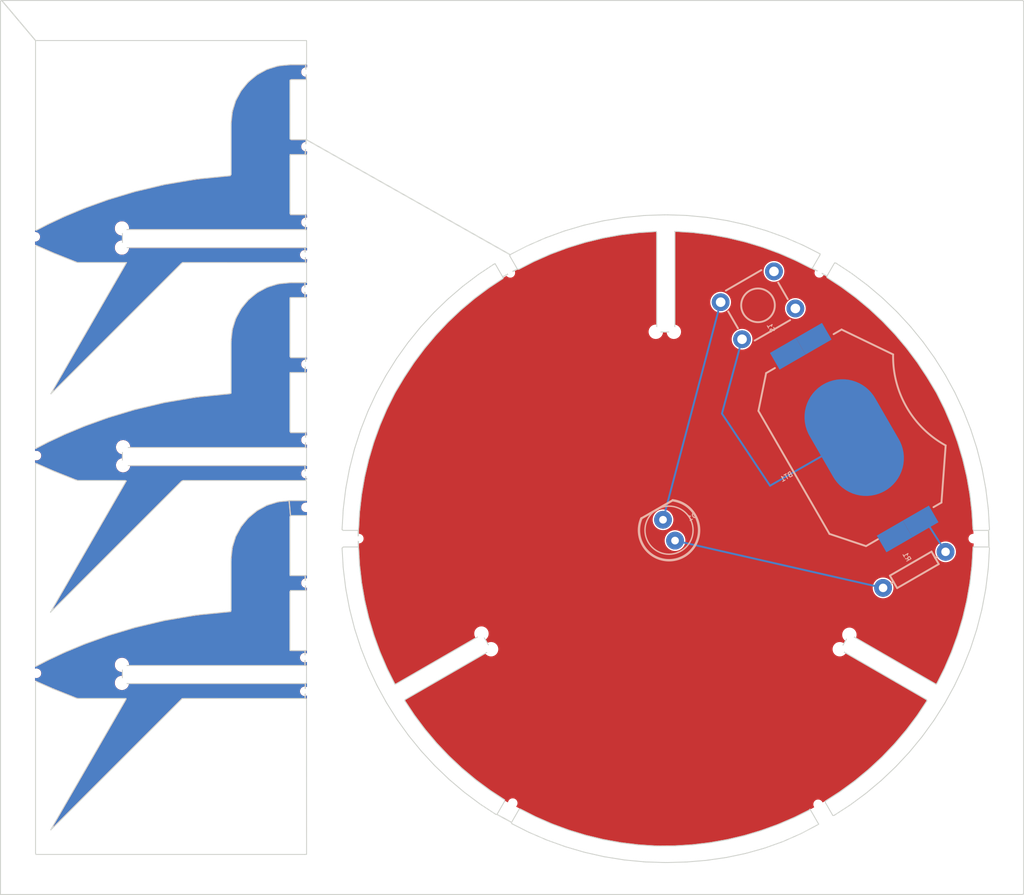
<source format=kicad_pcb>
(kicad_pcb (version 20221018) (generator pcbnew)
  (layers (0 "F.Cu" signal) (31 "B.Cu" signal) (34 "B.Paste" user) (35 "F.Paste" user) (36 "B.SilkS" user "B.Silkscreen") (37 "F.SilkS" user "F.Silkscreen") (38 "B.Mask" user) (39 "F.Mask" user) (44 "Edge.Cuts" user))
  (net 0 "")
  (net 1 "GND")
  (net 2 "N$1")
  (net 3 "N$2")
  (net 4 "N$4")
  (footprint "" (layer "F.Cu") (at 107.296434 81.859509)
    (fp_text reference "@HOLE29" hide)
    (fp_text value "")
  )
  (footprint "" (layer "F.Cu") (at 126.727434 88.336509)
    (fp_text reference "@HOLE4" hide)
    (fp_text value "")
  )
  (footprint "" (layer "F.Cu") (at 126.600434 127.198509)
    (fp_text reference "@HOLE10" hide)
    (fp_text value "")
  )
  (footprint "" (layer "F.Cu") (at 126.600434 84.653509)
    (fp_text reference "@HOLE3" hide)
    (fp_text value "")
  )
  (footprint "" (layer "F.Cu") (at 126.727434 104.211509)
    (fp_text reference "@HOLE6" hide)
    (fp_text value "")
  )
  (footprint "" (layer "F.Cu") (at 126.727434 111.323509)
    (fp_text reference "@HOLE8" hide)
    (fp_text value "")
  )
  (footprint "" (layer "F.Cu") (at 98.279434 150.566509)
    (fp_text reference "@HOLE27" hide)
    (fp_text value "")
  )
  (footprint "" (layer "F.Cu") (at 98.279434 128.849509)
    (fp_text reference "@HOLE12" hide)
    (fp_text value "")
  )
  (footprint "" (layer "F.Cu") (at 165.589434 92.781509)
    (fp_text reference "@HOLE36" hide)
    (fp_text value "")
  )
  (footprint "" (layer "F.Cu") (at 180.956434 86.558509)
    (fp_text reference "@HOLE16" hide)
    (fp_text value "")
  )
  (footprint "" (layer "F.Cu") (at 148.571434 142.565509)
    (fp_text reference "@HOLE19" hide)
    (fp_text value "")
  )
  (footprint "" (layer "F.Cu") (at 98.279434 105.862509)
    (fp_text reference "@HOLE13" hide)
    (fp_text value "")
  )
  (footprint "" (layer "F.Cu") (at 132.315434 114.625509)
    (fp_text reference "@HOLE20" hide)
    (fp_text value "")
  )
  (footprint "" (layer "F.Cu") (at 107.296434 129.865509)
    (fp_text reference "@HOLE34" hide)
    (fp_text value "")
  )
  (footprint "" (layer "F.Cu") (at 126.727434 73.223509)
    (fp_text reference "@HOLE1" hide)
    (fp_text value "")
  )
  (footprint "" (layer "F.Cu") (at 197.212434 114.625509)
    (fp_text reference "@HOLE17" hide)
    (fp_text value "")
  )
  (footprint "" (layer "F.Cu") (at 126.727434 81.224509)
    (fp_text reference "@HOLE2" hide)
    (fp_text value "")
  )
  (footprint "" (layer "F.Cu") (at 126.600434 130.754509)
    (fp_text reference "@HOLE11" hide)
    (fp_text value "")
  )
  (footprint "" (layer "F.Cu") (at 98.279434 149.677509)
    (fp_text reference "@HOLE26" hide)
    (fp_text value "")
  )
  (footprint "" (layer "F.Cu") (at 98.279434 58.618509)
    (fp_text reference "@HOLE21" hide)
    (fp_text value "")
  )
  (footprint "" (layer "F.Cu") (at 126.727434 65.349509)
    (fp_text reference "@HOLE0" hide)
    (fp_text value "")
  )
  (footprint "" (layer "F.Cu") (at 98.279434 59.507509)
    (fp_text reference "@HOLE22" hide)
    (fp_text value "")
  )
  (footprint "" (layer "F.Cu") (at 146.285434 126.309509)
    (fp_text reference "@HOLE40" hide)
    (fp_text value "")
  )
  (footprint "" (layer "F.Cu") (at 148.317434 86.558509)
    (fp_text reference "@HOLE15" hide)
    (fp_text value "")
  )
  (footprint "" (layer "F.Cu") (at 98.279434 61.285509)
    (fp_text reference "@HOLE24" hide)
    (fp_text value "")
  )
  (footprint "" (layer "F.Cu") (at 145.269434 124.658509)
    (fp_text reference "@HOLE39" hide)
    (fp_text value "")
  )
  (footprint "" (layer "F.Cu") (at 107.423434 106.878509)
    (fp_text reference "@HOLE32" hide)
    (fp_text value "")
  )
  (footprint "" (layer "F.Cu") (at 107.296434 127.960509)
    (fp_text reference "@HOLE33" hide)
    (fp_text value "")
  )
  (footprint "" (layer "F.Cu") (at 184.131434 124.785509)
    (fp_text reference "@HOLE38" hide)
    (fp_text value "")
  )
  (footprint "" (layer "F.Cu") (at 126.727434 107.767509)
    (fp_text reference "@HOLE7" hide)
    (fp_text value "")
  )
  (footprint "" (layer "F.Cu") (at 107.296434 83.891509)
    (fp_text reference "@HOLE30" hide)
    (fp_text value "")
  )
  (footprint "" (layer "F.Cu") (at 98.279434 151.455509)
    (fp_text reference "@HOLE28" hide)
    (fp_text value "")
  )
  (footprint "" (layer "F.Cu") (at 163.684434 92.781509)
    (fp_text reference "@HOLE35" hide)
    (fp_text value "")
  )
  (footprint "" (layer "F.Cu") (at 126.727434 96.210509)
    (fp_text reference "@HOLE5" hide)
    (fp_text value "")
  )
  (footprint "" (layer "F.Cu") (at 180.829434 142.692509)
    (fp_text reference "@HOLE18" hide)
    (fp_text value "")
  )
  (footprint "" (layer "F.Cu") (at 126.727434 119.324509)
    (fp_text reference "@HOLE9" hide)
    (fp_text value "")
  )
  (footprint "" (layer "F.Cu") (at 98.279434 60.396509)
    (fp_text reference "@HOLE23" hide)
    (fp_text value "")
  )
  (footprint "" (layer "F.Cu") (at 98.152434 82.748509)
    (fp_text reference "@HOLE14" hide)
    (fp_text value "")
  )
  (footprint "" (layer "F.Cu") (at 98.279434 148.788509)
    (fp_text reference "@HOLE25" hide)
    (fp_text value "")
  )
  (footprint "" (layer "F.Cu") (at 183.115434 126.309509)
    (fp_text reference "@HOLE37" hide)
    (fp_text value "")
  )
  (footprint "" (layer "F.Cu") (at 107.423434 104.973509)
    (fp_text reference "@HOLE31" hide)
    (fp_text value "")
  )
  (footprint "working:TACTILE_SWITCH_PTH_6.0MM" (layer "B.Cu") (at 174.479434 89.987509 30)
    (fp_text reference "S1")
    (fp_text value "MOMENTARY-SWITCH-SPST-PTH-6.0MM")
  )
  (footprint "working:BATTCON_20MM_4LEGS" (layer "B.Cu") (at 184.639434 103.957509 -60)
    (fp_text reference "BT1")
    (fp_text value "")
  )
  (footprint "working:LED_5MM" (layer "B.Cu") (at 165.081434 113.736509 120)
    (fp_text reference "D1")
    (fp_text value "")
  )
  (footprint "working:AXIAL-0.3" (layer "B.Cu") (at 190.989434 117.927509 -150)
    (fp_text reference "R1")
    (fp_text value "1k")
  )
  (gr_line (start 173.172352 145.959163) (end 174.705252 145.500331) (stroke (width 0.1)) (layer "Edge.Cuts"))
  (gr_line (start 120.687052 89.377322) (end 120.552027 89.523834) (stroke (width 0.1)) (layer "Edge.Cuts"))
  (gr_line (start 158.000468 146.38345) (end 158.195484 146.427234) (stroke (width 0.1)) (layer "Edge.Cuts"))
  (gr_line (start 176.594127 84.437559) (end 175.092909 83.883978) (stroke (width 0.1)) (layer "Edge.Cuts"))
  (gr_line (start 133.336293 101.053978) (end 134.181768 99.241353) (stroke (width 0.1)) (layer "Edge.Cuts"))
  (gr_line (start 132.603143 119.287344) (end 132.91143 121.060866) (stroke (width 0.1)) (layer "Edge.Cuts"))
  (gr_line (start 192.27799 131.634116) (end 183.270809 126.433997) (stroke (width 0.1)) (layer "Edge.Cuts"))
  (gr_line (start 105.734699 101.878838) (end 103.476499 102.691828) (stroke (width 0.1)) (layer "Edge.Cuts"))
  (gr_line (start 176.781202 84.508166) (end 176.594127 84.437559) (stroke (width 0.1)) (layer "Edge.Cuts"))
  (gr_line (start 196.066196 106.104078) (end 195.61053 104.570297) (stroke (width 0.1)) (layer "Edge.Cuts"))
  (gr_line (start 165.749249 147.080913) (end 167.545949 146.971081) (stroke (width 0.1)) (layer "Edge.Cuts"))
  (gr_line (start 178.242468 144.116756) (end 178.42359 144.031872) (stroke (width 0.1)) (layer "Edge.Cuts"))
  (gr_line (start 196.860127 126.402791) (end 196.120984 128.26135) (stroke (width 0.1)) (layer "Edge.Cuts"))
  (gr_line (start 157.98163 82.898634) (end 156.232884 83.325341) (stroke (width 0.1)) (layer "Edge.Cuts"))
  (gr_line (start 182.563321 85.509163) (end 182.708393 85.525666) (stroke (width 0.1)) (layer "Edge.Cuts"))
  (gr_line (start 118.73738 76.295031) (end 115.155068 76.65295) (stroke (width 0.1)) (layer "Edge.Cuts"))
  (gr_line (start 160.16519 146.77325) (end 161.753721 146.965306) (stroke (width 0.1)) (layer "Edge.Cuts"))
  (gr_line (start 120.755024 66.301984) (end 120.608543 66.437081) (stroke (width 0.1)) (layer "Edge.Cuts"))
  (gr_line (start 126.727121 95.500391) (end 126.651865 97.090488) (stroke (width 0.1)) (layer "Edge.Cuts"))
  (gr_line (start 162.384452 80.507959) (end 162.583852 80.493666) (stroke (width 0.1)) (layer "Edge.Cuts"))
  (gr_line (start 195.281787 99.222766) (end 196.131337 101.033497) (stroke (width 0.1)) (layer "Edge.Cuts"))
  (gr_line (start 156.27923 147.785) (end 156.085468 147.736003) (stroke (width 0.1)) (layer "Edge.Cuts"))
  (gr_line (start 190.481418 92.113178) (end 190.613743 92.263063) (stroke (width 0.1)) (layer "Edge.Cuts"))
  (gr_line (start 187.589146 137.687422) (end 188.832096 136.385397) (stroke (width 0.1)) (layer "Edge.Cuts"))
  (gr_line (start 147.515674 86.990213) (end 147.554196 87.1376) (stroke (width 0.1)) (layer "Edge.Cuts"))
  (gr_line (start 184.274687 124.812063) (end 193.281696 130.012478) (stroke (width 0.1)) (layer "Edge.Cuts"))
  (gr_line (start 198.791468 117.841463) (end 198.547215 119.826613) (stroke (width 0.1)) (layer "Edge.Cuts"))
  (gr_line (start 159.948271 82.535025) (end 158.17734 82.857838) (stroke (width 0.1)) (layer "Edge.Cuts"))
  (gr_line (start 190.613743 92.263063) (end 191.878977 93.81215) (stroke (width 0.1)) (layer "Edge.Cuts"))
  (gr_line (start 188.960102 138.783566) (end 187.509365 140.160466) (stroke (width 0.1)) (layer "Edge.Cuts"))
  (gr_line (start 166.92398 80.493766) (end 169.114112 80.702191) (stroke (width 0.1)) (layer "Edge.Cuts"))
  (gr_line (start 143.488727 141.440016) (end 143.333921 141.313625) (stroke (width 0.1)) (layer "Edge.Cuts"))
  (gr_line (start 132.941909 108.025106) (end 132.902962 108.221206) (stroke (width 0.1)) (layer "Edge.Cuts"))
  (gr_line (start 126.757946 108.505681) (end 126.797171 108.651172) (stroke (width 0.1)) (layer "Edge.Cuts"))
  (gr_line (start 138.162743 133.245634) (end 139.240796 134.687047) (stroke (width 0.1)) (layer "Edge.Cuts"))
  (gr_line (start 186.001552 87.837978) (end 186.155696 87.965344) (stroke (width 0.1)) (layer "Edge.Cuts"))
  (gr_line (start 158.17734 82.857838) (end 157.98163 82.898634) (stroke (width 0.1)) (layer "Edge.Cuts"))
  (gr_line (start 166.991774 148.777653) (end 166.792105 148.787694) (stroke (width 0.1)) (layer "Edge.Cuts"))
  (gr_line (start 180.210652 86.080963) (end 181.769424 86.883934) (stroke (width 0.1)) (layer "Edge.Cuts"))
  (gr_line (start 111.718115 100.264872) (end 108.799415 100.959078) (stroke (width 0.1)) (layer "Edge.Cuts"))
  (gr_line (start 137.608065 135.469281) (end 137.489255 135.308506) (stroke (width 0.1)) (layer "Edge.Cuts"))
  (gr_line (start 198.923921 115.645509) (end 198.808849 117.642319) (stroke (width 0.1)) (layer "Edge.Cuts"))
  (gr_line (start 126.74219 108.493613) (end 126.601684 106.916403) (stroke (width 0.1)) (layer "Edge.Cuts"))
  (gr_line (start 184.399868 86.640131) (end 186.001552 87.837978) (stroke (width 0.1)) (layer "Edge.Cuts"))
  (gr_line (start 148.288205 84.647831) (end 126.768255 72.495716) (stroke (width 0.1)) (layer "Edge.Cuts"))
  (gr_line (start 147.708387 142.377088) (end 146.914605 143.751997) (stroke (width 0.1)) (layer "Edge.Cuts"))
  (gr_line (start 146.208318 141.241681) (end 147.715352 142.226072) (stroke (width 0.1)) (layer "Edge.Cuts"))
  (gr_line (start 179.253505 83.649591) (end 181.038174 84.552606) (stroke (width 0.1)) (layer "Edge.Cuts"))
  (gr_line (start 193.33959 99.240928) (end 193.237849 99.068791) (stroke (width 0.1)) (layer "Edge.Cuts"))
  (gr_line (start 135.136849 97.484063) (end 135.238274 97.311769) (stroke (width 0.1)) (layer "Edge.Cuts"))
  (gr_line (start 125.107146 64.567834) (end 124.907871 64.582225) (stroke (width 0.1)) (layer "Edge.Cuts"))
  (gr_line (start 101.25853 103.608756) (end 99.628496 104.372597) (stroke (width 0.1)) (layer "Edge.Cuts"))
  (gr_line (start 165.690893 92.777066) (end 165.513771 92.799953) (stroke (width 0.1)) (layer "Edge.Cuts"))
  (gr_line (start 126.697687 103.432381) (end 125.110093 103.432381) (stroke (width 0.1)) (layer "Edge.Cuts"))
  (gr_line (start 125.047346 97.095941) (end 125.239518 97.088066) (stroke (width 0.1)) (layer "Edge.Cuts"))
  (gr_line (start 137.462609 93.989241) (end 137.585343 93.831378) (stroke (width 0.1)) (layer "Edge.Cuts"))
  (gr_line (start 136.437743 133.847372) (end 136.323974 133.683072) (stroke (width 0.1)) (layer "Edge.Cuts"))
  (gr_line (start 126.62663 106.915241) (end 126.757946 108.505681) (stroke (width 0.1)) (layer "Edge.Cuts"))
  (gr_line (start 152.283012 146.500119) (end 152.096493 146.42815) (stroke (width 0.1)) (layer "Edge.Cuts"))
  (gr_line (start 179.070637 83.568722) (end 179.253505 83.649591) (stroke (width 0.1)) (layer "Edge.Cuts"))
  (gr_line (start 126.799755 87.568806) (end 126.632277 87.587556) (stroke (width 0.1)) (layer "Edge.Cuts"))
  (gr_line (start 126.636571 83.893347) (end 126.705271 85.480797) (stroke (width 0.1)) (layer "Edge.Cuts"))
  (gr_line (start 165.690893 82.176603) (end 165.690893 92.777066) (stroke (width 0.1)) (layer "Edge.Cuts"))
  (gr_line (start 193.281696 130.012478) (end 193.390912 129.899022) (stroke (width 0.1)) (layer "Edge.Cuts"))
  (gr_line (start 130.919374 109.490825) (end 130.948471 109.293063) (stroke (width 0.1)) (layer "Edge.Cuts"))
  (gr_line (start 126.616955 147.984225) (end 98.215593 147.984225) (stroke (width 0.1)) (layer "Edge.Cuts"))
  (gr_line (start 132.462596 103.288809) (end 132.525852 103.099097) (stroke (width 0.1)) (layer "Edge.Cuts"))
  (gr_line (start 124.907871 64.582225) (end 123.912834 64.682328) (stroke (width 0.1)) (layer "Edge.Cuts"))
  (gr_line (start 174.903752 83.819253) (end 173.181434 83.295794) (stroke (width 0.1)) (layer "Edge.Cuts"))
  (gr_line (start 163.949209 147.097706) (end 165.549262 147.085559) (stroke (width 0.1)) (layer "Edge.Cuts"))
  (gr_line (start 125.110093 103.432381) (end 125.046271 103.296197) (stroke (width 0.1)) (layer "Edge.Cuts"))
  (gr_line (start 195.586965 124.754316) (end 196.101009 123.029234) (stroke (width 0.1)) (layer "Edge.Cuts"))
  (gr_line (start 187.572202 91.604491) (end 186.258855 90.373447) (stroke (width 0.1)) (layer "Edge.Cuts"))
  (gr_line (start 135.247137 101.009191) (end 134.537884 102.663619) (stroke (width 0.1)) (layer "Edge.Cuts"))
  (gr_line (start 144.609634 89.206441) (end 144.453052 89.330794) (stroke (width 0.1)) (layer "Edge.Cuts"))
  (gr_line (start 99.891524 84.390872) (end 100.170337 84.5089) (stroke (width 0.1)) (layer "Edge.Cuts"))
  (gr_line (start 173.181434 83.295794) (end 171.431737 82.872834) (stroke (width 0.1)) (layer "Edge.Cuts"))
  (gr_line (start 130.677534 111.476275) (end 130.919374 109.490825) (stroke (width 0.1)) (layer "Edge.Cuts"))
  (gr_line (start 107.349234 106.780419) (end 107.349243 105.180322) (stroke (width 0.1)) (layer "Edge.Cuts"))
  (gr_line (start 173.120199 147.889156) (end 171.162612 148.299466) (stroke (width 0.1)) (layer "Edge.Cuts"))
  (gr_line (start 146.052627 88.130306) (end 145.891421 88.248666) (stroke (width 0.1)) (layer "Edge.Cuts"))
  (gr_line (start 107.351852 83.766409) (end 107.351852 82.166372) (stroke (width 0.1)) (layer "Edge.Cuts"))
  (gr_line (start 158.195484 146.427234) (end 159.967018 146.747072) (stroke (width 0.1)) (layer "Edge.Cuts"))
  (gr_line (start 135.257393 131.991072) (end 135.158993 131.817069) (stroke (width 0.1)) (layer "Edge.Cuts"))
  (gr_line (start 184.045452 142.869625) (end 182.534596 143.848363) (stroke (width 0.1)) (layer "Edge.Cuts"))
  (gr_line (start 196.867121 119.308841) (end 197.074284 117.520834) (stroke (width 0.1)) (layer "Edge.Cuts"))
  (gr_line (start 145.447284 124.888128) (end 146.247396 126.273678) (stroke (width 0.1)) (layer "Edge.Cuts"))
  (gr_line (start 99.755155 122.399069) (end 99.869746 122.292609) (stroke (width 0.1)) (layer "Edge.Cuts"))
  (gr_line (start 125.047409 95.383781) (end 125.04848 89.183466) (stroke (width 0.1)) (layer "Edge.Cuts"))
  (gr_line (start 126.66958 81.988213) (end 126.685843 80.41105) (stroke (width 0.1)) (layer "Edge.Cuts"))
  (gr_line (start 115.267052 99.662113) (end 115.06894 99.688628) (stroke (width 0.1)) (layer "Edge.Cuts"))
  (gr_line (start 125.044734 120.248891) (end 125.10479 120.108878) (stroke (width 0.1)) (layer "Edge.Cuts"))
  (gr_line (start 163.730674 82.185828) (end 161.934012 82.297306) (stroke (width 0.1)) (layer "Edge.Cuts"))
  (gr_line (start 160.205534 148.540019) (end 158.230624 148.223788) (stroke (width 0.1)) (layer "Edge.Cuts"))
  (gr_line (start 126.65174 126.449734) (end 126.641427 128.032875) (stroke (width 0.1)) (layer "Edge.Cuts"))
  (gr_line (start 102.399496 85.398428) (end 102.586037 85.468622) (stroke (width 0.1)) (layer "Edge.Cuts"))
  (gr_line (start 183.282552 141.257456) (end 184.574171 140.312984) (stroke (width 0.1)) (layer "Edge.Cuts"))
  (gr_line (start 197.18378 113.604428) (end 197.095074 112.006794) (stroke (width 0.1)) (layer "Edge.Cuts"))
  (gr_line (start 120.608543 66.437081) (end 119.972084 67.208472) (stroke (width 0.1)) (layer "Edge.Cuts"))
  (gr_line (start 150.081093 145.546238) (end 148.474965 144.7335) (stroke (width 0.1)) (layer "Edge.Cuts"))
  (gr_line (start 125.048952 80.260397) (end 125.049899 74.260094) (stroke (width 0.1)) (layer "Edge.Cuts"))
  (gr_line (start 171.08923 81.017463) (end 171.286071 81.052575) (stroke (width 0.1)) (layer "Edge.Cuts"))
  (gr_line (start 164.592702 148.837947) (end 162.593702 148.7746) (stroke (width 0.1)) (layer "Edge.Cuts"))
  (gr_line (start 184.734296 140.193066) (end 186.121984 139.046544) (stroke (width 0.1)) (layer "Edge.Cuts"))
  (gr_line (start 198.11024 107.110906) (end 198.152921 107.306231) (stroke (width 0.1)) (layer "Edge.Cuts"))
  (gr_line (start 176.588109 144.826159) (end 178.242468 144.116756) (stroke (width 0.1)) (layer "Edge.Cuts"))
  (gr_line (start 202.41399 57.7897) (end 94.621246 57.789691) (stroke (width 0.1)) (layer "Edge.Cuts"))
  (gr_line (start 102.736812 131.510784) (end 107.737055 131.511288) (stroke (width 0.1)) (layer "Edge.Cuts"))
  (gr_line (start 134.294721 130.237934) (end 134.201162 130.0613) (stroke (width 0.1)) (layer "Edge.Cuts"))
  (gr_line (start 183.119909 141.373578) (end 183.282552 141.257456) (stroke (width 0.1)) (layer "Edge.Cuts"))
  (gr_line (start 167.677602 82.295944) (end 167.478474 82.278331) (stroke (width 0.1)) (layer "Edge.Cuts"))
  (gr_line (start 192.308452 97.527209) (end 191.315359 96.025894) (stroke (width 0.1)) (layer "Edge.Cuts"))
  (gr_line (start 118.93253 92.681725) (end 118.832221 93.676744) (stroke (width 0.1)) (layer "Edge.Cuts"))
  (gr_line (start 182.534596 143.848363) (end 182.385815 143.877888) (stroke (width 0.1)) (layer "Edge.Cuts"))
  (gr_line (start 126.799755 85.568684) (end 126.799755 87.568806) (stroke (width 0.1)) (layer "Edge.Cuts"))
  (gr_line (start 115.155068 76.65295) (end 111.803562 77.226022) (stroke (width 0.1)) (layer "Edge.Cuts"))
  (gr_line (start 126.772037 72.477256) (end 148.302212 84.629959) (stroke (width 0.1)) (layer "Edge.Cuts"))
  (gr_line (start 107.413199 106.916403) (end 107.349234 106.780419) (stroke (width 0.1)) (layer "Edge.Cuts"))
  (gr_line (start 156.085468 147.736003) (end 154.165284 147.176213) (stroke (width 0.1)) (layer "Edge.Cuts"))
  (gr_line (start 146.712371 85.592447) (end 147.506262 86.967294) (stroke (width 0.1)) (layer "Edge.Cuts"))
  (gr_line (start 177.417827 82.855706) (end 179.070637 83.568722) (stroke (width 0.1)) (layer "Edge.Cuts"))
  (gr_line (start 198.826287 113.757841) (end 197.23869 113.757841) (stroke (width 0.1)) (layer "Edge.Cuts"))
  (gr_line (start 115.20368 122.688963) (end 115.006105 122.719794) (stroke (width 0.1)) (layer "Edge.Cuts"))
  (gr_line (start 119.303649 114.419116) (end 118.947868 115.565238) (stroke (width 0.1)) (layer "Edge.Cuts"))
  (gr_line (start 169.257446 146.767931) (end 169.455677 146.741969) (stroke (width 0.1)) (layer "Edge.Cuts"))
  (gr_line (start 162.593702 148.7746) (end 162.394293 148.759334) (stroke (width 0.1)) (layer "Edge.Cuts"))
  (gr_line (start 113.547577 85.596031) (end 113.69548 85.470184) (stroke (width 0.1)) (layer "Edge.Cuts"))
  (gr_line (start 126.798655 97.119453) (end 126.797577 103.319772) (stroke (width 0.1)) (layer "Edge.Cuts"))
  (gr_line (start 118.968602 92.485966) (end 118.93253 92.681725) (stroke (width 0.1)) (layer "Edge.Cuts"))
  (gr_line (start 125.219771 87.588947) (end 125.01989 87.591828) (stroke (width 0.1)) (layer "Edge.Cuts"))
  (gr_line (start 168.985037 148.612109) (end 166.991774 148.777653) (stroke (width 0.1)) (layer "Edge.Cuts"))
  (gr_line (start 126.618618 89.166069) (end 126.607355 87.588947) (stroke (width 0.1)) (layer "Edge.Cuts"))
  (gr_line (start 134.552743 126.616634) (end 135.262662 128.270841) (stroke (width 0.1)) (layer "Edge.Cuts"))
  (gr_line (start 125.239518 97.088066) (end 126.627099 97.088066) (stroke (width 0.1)) (layer "Edge.Cuts"))
  (gr_line (start 151.003621 144.0208) (end 152.653346 144.740925) (stroke (width 0.1)) (layer "Edge.Cuts"))
  (gr_line (start 163.784034 82.329063) (end 163.730674 82.185828) (stroke (width 0.1)) (layer "Edge.Cuts"))
  (gr_line (start 123.912834 64.682328) (end 123.717105 64.718434) (stroke (width 0.1)) (layer "Edge.Cuts"))
  (gr_line (start 180.03758 86.039856) (end 178.611043 85.315213) (stroke (width 0.1)) (layer "Edge.Cuts"))
  (gr_line (start 107.346659 128.056728) (end 107.520209 128.030363) (stroke (width 0.1)) (layer "Edge.Cuts"))
  (gr_line (start 183.270771 88.028322) (end 181.76364 87.043975) (stroke (width 0.1)) (layer "Edge.Cuts"))
  (gr_line (start 144.453052 89.330794) (end 143.228377 90.360588) (stroke (width 0.1)) (layer "Edge.Cuts"))
  (gr_line (start 161.753721 146.965306) (end 161.952543 146.985463) (stroke (width 0.1)) (layer "Edge.Cuts"))
  (gr_line (start 196.208043 101.218122) (end 196.942049 103.078644) (stroke (width 0.1)) (layer "Edge.Cuts"))
  (gr_line (start 125.056565 74.066734) (end 126.644159 74.066734) (stroke (width 0.1)) (layer "Edge.Cuts"))
  (gr_line (start 191.331271 133.264866) (end 192.324849 131.763875) (stroke (width 0.1)) (layer "Edge.Cuts"))
  (gr_line (start 98.326521 128.061666) (end 98.173602 128.113225) (stroke (width 0.1)) (layer "Edge.Cuts"))
  (gr_line (start 126.794602 131.566747) (end 126.800274 147.967503) (stroke (width 0.1)) (layer "Edge.Cuts"))
  (gr_line (start 126.797171 108.651172) (end 126.797171 110.451222) (stroke (width 0.1)) (layer "Edge.Cuts"))
  (gr_line (start 132.53893 126.206288) (end 131.922227 124.303678) (stroke (width 0.1)) (layer "Edge.Cuts"))
  (gr_line (start 148.474965 144.7335) (end 148.450602 144.610313) (stroke (width 0.1)) (layer "Edge.Cuts"))
  (gr_line (start 126.799755 83.870597) (end 126.636571 83.893347) (stroke (width 0.1)) (layer "Edge.Cuts"))
  (gr_line (start 194.976671 126.447844) (end 195.522121 124.943578) (stroke (width 0.1)) (layer "Edge.Cuts"))
  (gr_line (start 130.656999 113.757841) (end 130.547509 113.672372) (stroke (width 0.1)) (layer "Edge.Cuts"))
  (gr_line (start 134.201162 130.0613) (end 133.351559 128.250594) (stroke (width 0.1)) (layer "Edge.Cuts"))
  (gr_line (start 182.708393 85.525666) (end 184.213262 86.513472) (stroke (width 0.1)) (layer "Edge.Cuts"))
  (gr_line (start 184.213262 86.513472) (end 184.399868 86.640131) (stroke (width 0.1)) (layer "Edge.Cuts"))
  (gr_line (start 99.448671 104.460144) (end 98.205737 105.104488) (stroke (width 0.1)) (layer "Edge.Cuts"))
  (gr_line (start 193.237849 99.068791) (end 192.414218 97.69695) (stroke (width 0.1)) (layer "Edge.Cuts"))
  (gr_line (start 198.846671 113.748141) (end 198.87314 115.520744) (stroke (width 0.1)) (layer "Edge.Cuts"))
  (gr_line (start 126.768255 72.495716) (end 126.668574 74.070513) (stroke (width 0.1)) (layer "Edge.Cuts"))
  (gr_line (start 154.529109 145.434603) (end 156.25149 145.958072) (stroke (width 0.1)) (layer "Edge.Cuts"))
  (gr_line (start 194.14494 100.850838) (end 193.33959 99.240928) (stroke (width 0.1)) (layer "Edge.Cuts"))
  (gr_line (start 145.090459 142.637906) (end 143.488727 141.440016) (stroke (width 0.1)) (layer "Edge.Cuts"))
  (gr_line (start 136.064009 129.882566) (end 136.163049 130.029684) (stroke (width 0.1)) (layer "Edge.Cuts"))
  (gr_line (start 126.696462 112.1874) (end 126.797155 112.277319) (stroke (width 0.1)) (layer "Edge.Cuts"))
  (gr_line (start 145.891421 88.248666) (end 144.609634 89.206441) (stroke (width 0.1)) (layer "Edge.Cuts"))
  (gr_line (start 126.717852 103.422506) (end 126.697034 105.017434) (stroke (width 0.1)) (layer "Edge.Cuts"))
  (gr_line (start 151.902443 82.919694) (end 152.087509 82.844041) (stroke (width 0.1)) (layer "Edge.Cuts"))
  (gr_line (start 175.237721 147.293178) (end 175.046737 147.352094) (stroke (width 0.1)) (layer "Edge.Cuts"))
  (gr_line (start 149.398102 143.206975) (end 150.824696 143.931644) (stroke (width 0.1)) (layer "Edge.Cuts"))
  (gr_line (start 103.416427 125.733534) (end 103.230959 125.808531) (stroke (width 0.1)) (layer "Edge.Cuts"))
  (gr_line (start 146.247396 126.273678) (end 146.234249 126.416584) (stroke (width 0.1)) (layer "Edge.Cuts"))
  (gr_line (start 131.922227 124.303678) (end 131.863634 124.112509) (stroke (width 0.1)) (layer "Edge.Cuts"))
  (gr_line (start 193.048315 95.434753) (end 193.161137 95.599769) (stroke (width 0.1)) (layer "Edge.Cuts"))
  (gr_line (start 126.797171 110.451222) (end 126.756187 110.610272) (stroke (width 0.1)) (layer "Edge.Cuts"))
  (gr_line (start 198.925602 113.651022) (end 198.846671 113.748141) (stroke (width 0.1)) (layer "Edge.Cuts"))
  (gr_line (start 184.876521 89.220388) (end 184.718693 89.097753) (stroke (width 0.1)) (layer "Edge.Cuts"))
  (gr_line (start 136.163049 130.029684) (end 145.343365 124.729406) (stroke (width 0.1)) (layer "Edge.Cuts"))
  (gr_line (start 197.26833 115.509166) (end 198.855927 115.509166) (stroke (width 0.1)) (layer "Edge.Cuts"))
  (gr_line (start 179.85504 143.316853) (end 179.977902 143.210666) (stroke (width 0.1)) (layer "Edge.Cuts"))
  (gr_line (start 148.259199 84.769981) (end 148.288205 84.647831) (stroke (width 0.1)) (layer "Edge.Cuts"))
  (gr_line (start 126.799727 74.1121) (end 126.799727 80.312419) (stroke (width 0.1)) (layer "Edge.Cuts"))
  (gr_line (start 126.744871 72.489569) (end 125.169777 72.489569) (stroke (width 0.1)) (layer "Edge.Cuts"))
  (gr_line (start 158.230624 148.223788) (end 156.27923 147.785) (stroke (width 0.1)) (layer "Edge.Cuts"))
  (gr_line (start 131.316384 107.327072) (end 131.360068 107.131988) (stroke (width 0.1)) (layer "Edge.Cuts"))
  (gr_line (start 179.131362 145.726644) (end 178.951987 145.814616) (stroke (width 0.1)) (layer "Edge.Cuts"))
  (gr_line (start 145.058774 86.654547) (end 146.557615 85.657722) (stroke (width 0.1)) (layer "Edge.Cuts"))
  (gr_line (start 120.001312 113.208975) (end 119.875387 113.364094) (stroke (width 0.1)) (layer "Edge.Cuts"))
  (gr_line (start 167.668593 146.957309) (end 169.257446 146.767931) (stroke (width 0.1)) (layer "Edge.Cuts"))
  (gr_line (start 149.248237 143.212328) (end 149.398102 143.206975) (stroke (width 0.1)) (layer "Edge.Cuts"))
  (gr_line (start 136.300277 95.616959) (end 137.462609 93.989241) (stroke (width 0.1)) (layer "Edge.Cuts"))
  (gr_line (start 160.195534 80.72735) (end 160.393615 80.700478) (stroke (width 0.1)) (layer "Edge.Cuts"))
  (gr_line (start 121.52639 65.665547) (end 120.755024 66.301984) (stroke (width 0.1)) (layer "Edge.Cuts"))
  (gr_line (start 184.212309 142.759534) (end 184.045452 142.869625) (stroke (width 0.1)) (layer "Edge.Cuts"))
  (gr_line (start 164.792693 148.841059) (end 164.592702 148.837947) (stroke (width 0.1)) (layer "Edge.Cuts"))
  (gr_line (start 196.844693 109.821538) (end 196.570399 108.245125) (stroke (width 0.1)) (layer "Edge.Cuts"))
  (gr_line (start 198.547215 119.826613) (end 198.518099 120.024428) (stroke (width 0.1)) (layer "Edge.Cuts"))
  (gr_line (start 103.476499 102.691828) (end 103.289974 102.763869) (stroke (width 0.1)) (layer "Edge.Cuts"))
  (gr_line (start 143.333921 141.313625) (end 141.960787 140.149531) (stroke (width 0.1)) (layer "Edge.Cuts"))
  (gr_line (start 191.996899 93.973691) (end 193.048315 95.434753) (stroke (width 0.1)) (layer "Edge.Cuts"))
  (gr_line (start 140.397934 93.183638) (end 139.367755 94.407909) (stroke (width 0.1)) (layer "Edge.Cuts"))
  (gr_line (start 106.007912 78.769284) (end 105.817005 78.828759) (stroke (width 0.1)) (layer "Edge.Cuts"))
  (gr_line (start 186.271496 138.913928) (end 187.589146 137.687422) (stroke (width 0.1)) (layer "Edge.Cuts"))
  (gr_line (start 108.689843 77.964522) (end 108.306277 78.077853) (stroke (width 0.1)) (layer "Edge.Cuts"))
  (gr_line (start 169.464696 82.512028) (end 167.677602 82.295944) (stroke (width 0.1)) (layer "Edge.Cuts"))
  (gr_line (start 126.607355 87.588947) (end 125.219771 87.588947) (stroke (width 0.1)) (layer "Edge.Cuts"))
  (gr_line (start 149.052893 86.144944) (end 148.259199 84.769981) (stroke (width 0.1)) (layer "Edge.Cuts"))
  (gr_line (start 183.270809 126.433997) (end 183.21008 126.303838) (stroke (width 0.1)) (layer "Edge.Cuts"))
  (gr_line (start 148.302212 84.629959) (end 150.070362 83.722059) (stroke (width 0.1)) (layer "Edge.Cuts"))
  (gr_line (start 195.266812 130.069906) (end 195.177334 130.248775) (stroke (width 0.1)) (layer "Edge.Cuts"))
  (gr_line (start 125.098309 80.41105) (end 125.048952 80.260397) (stroke (width 0.1)) (layer "Edge.Cuts"))
  (gr_line (start 98.186099 62.024284) (end 98.372271 62.023025) (stroke (width 0.1)) (layer "Edge.Cuts"))
  (gr_line (start 137.585343 93.831378) (end 138.718377 92.432663) (stroke (width 0.1)) (layer "Edge.Cuts"))
  (gr_line (start 180.888202 144.787122) (end 180.722005 144.883747) (stroke (width 0.1)) (layer "Edge.Cuts"))
  (gr_line (start 132.91143 121.060866) (end 132.951452 121.256772) (stroke (width 0.1)) (layer "Edge.Cuts"))
  (gr_line (start 98.205737 105.104488) (end 98.173605 104.957316) (stroke (width 0.1)) (layer "Edge.Cuts"))
  (gr_line (start 100.052424 130.506231) (end 100.124296 130.5349) (stroke (width 0.1)) (layer "Edge.Cuts"))
  (gr_line (start 197.193546 115.5244) (end 197.26833 115.509166) (stroke (width 0.1)) (layer "Edge.Cuts"))
  (gr_line (start 126.697034 105.017434) (end 126.797602 105.099266) (stroke (width 0.1)) (layer "Edge.Cuts"))
  (gr_line (start 133.27374 128.066413) (end 132.53893 126.206288) (stroke (width 0.1)) (layer "Edge.Cuts"))
  (gr_line (start 126.668574 74.070513) (end 126.799727 74.1121) (stroke (width 0.1)) (layer "Edge.Cuts"))
  (gr_line (start 125.043659 126.449209) (end 125.044734 120.248891) (stroke (width 0.1)) (layer "Edge.Cuts"))
  (gr_line (start 138.16298 96.004197) (end 138.051493 96.170247) (stroke (width 0.1)) (layer "Edge.Cuts"))
  (gr_line (start 126.796052 120.208197) (end 126.79498 126.408513) (stroke (width 0.1)) (layer "Edge.Cuts"))
  (gr_line (start 94.597287 57.794684) (end 94.469437 57.850391) (stroke (width 0.1)) (layer "Edge.Cuts"))
  (gr_line (start 126.705271 85.480797) (end 126.799755 85.568684) (stroke (width 0.1)) (layer "Edge.Cuts"))
  (gr_line (start 100.22468 107.552906) (end 102.453771 108.442447) (stroke (width 0.1)) (layer "Edge.Cuts"))
  (gr_line (start 145.343365 124.729406) (end 145.447284 124.888128) (stroke (width 0.1)) (layer "Edge.Cuts"))
  (gr_line (start 152.839534 144.813906) (end 154.340815 145.367497) (stroke (width 0.1)) (layer "Edge.Cuts"))
  (gr_line (start 138.873318 137.018353) (end 137.608065 135.469281) (stroke (width 0.1)) (layer "Edge.Cuts"))
  (gr_line (start 125.120262 95.510903) (end 125.047409 95.383781) (stroke (width 0.1)) (layer "Edge.Cuts"))
  (gr_line (start 171.227887 146.426631) (end 171.422812 146.381763) (stroke (width 0.1)) (layer "Edge.Cuts"))
  (gr_line (start 98.305137 106.713934) (end 99.952374 107.440041) (stroke (width 0.1)) (layer "Edge.Cuts"))
  (gr_line (start 197.095074 112.006794) (end 197.08098 111.807369) (stroke (width 0.1)) (layer "Edge.Cuts"))
  (gr_line (start 132.629346 109.797738) (end 132.596446 109.995006) (stroke (width 0.1)) (layer "Edge.Cuts"))
  (gr_line (start 111.656037 123.299972) (end 108.737321 123.994106) (stroke (width 0.1)) (layer "Edge.Cuts"))
  (gr_line (start 99.570587 127.419628) (end 99.391987 127.509434) (stroke (width 0.1)) (layer "Edge.Cuts"))
  (gr_line (start 189.100849 138.641675) (end 188.960102 138.783566) (stroke (width 0.1)) (layer "Edge.Cuts"))
  (gr_line (start 153.976559 147.110103) (end 152.283012 146.500119) (stroke (width 0.1)) (layer "Edge.Cuts"))
  (gr_line (start 119.854743 67.369456) (end 119.377684 68.248359) (stroke (width 0.1)) (layer "Edge.Cuts"))
  (gr_line (start 160.403212 148.5694) (end 160.205534 148.540019) (stroke (width 0.1)) (layer "Edge.Cuts"))
  (gr_line (start 194.937152 102.687125) (end 194.228268 101.032534) (stroke (width 0.1)) (layer "Edge.Cuts"))
  (gr_line (start 140.365959 138.634425) (end 140.228046 138.489681) (stroke (width 0.1)) (layer "Edge.Cuts"))
  (gr_line (start 139.006487 137.167416) (end 138.873318 137.018353) (stroke (width 0.1)) (layer "Edge.Cuts"))
  (gr_line (start 98.173599 129.825291) (end 98.222124 129.699703) (stroke (width 0.1)) (layer "Edge.Cuts"))
  (gr_line (start 118.815237 122.158278) (end 118.786021 122.331847) (stroke (width 0.1)) (layer "Edge.Cuts"))
  (gr_line (start 126.713221 120.118081) (end 126.796052 120.208197) (stroke (width 0.1)) (layer "Edge.Cuts"))
  (gr_line (start 140.52568 136.219563) (end 141.764509 137.525425) (stroke (width 0.1)) (layer "Edge.Cuts"))
  (gr_line (start 162.394293 148.759334) (end 160.403212 148.5694) (stroke (width 0.1)) (layer "Edge.Cuts"))
  (gr_line (start 191.736462 135.634953) (end 190.464565 137.178541) (stroke (width 0.1)) (layer "Edge.Cuts"))
  (gr_line (start 126.799755 66.319159) (end 126.799755 72.319466) (stroke (width 0.1)) (layer "Edge.Cuts"))
  (gr_line (start 180.192468 86.088072) (end 180.03758 86.039856) (stroke (width 0.1)) (layer "Edge.Cuts"))
  (gr_line (start 156.232884 83.325341) (end 156.041218 83.382322) (stroke (width 0.1)) (layer "Edge.Cuts"))
  (gr_line (start 149.204596 86.174222) (end 149.071543 86.157341) (stroke (width 0.1)) (layer "Edge.Cuts"))
  (gr_line (start 184.574171 140.312984) (end 184.734296 140.193066) (stroke (width 0.1)) (layer "Edge.Cuts"))
  (gr_line (start 125.169777 72.489569) (end 125.050005 72.40935) (stroke (width 0.1)) (layer "Edge.Cuts"))
  (gr_line (start 126.799755 72.319466) (end 126.772037 72.477256) (stroke (width 0.1)) (layer "Edge.Cuts"))
  (gr_line (start 126.685843 80.41105) (end 125.098309 80.41105) (stroke (width 0.1)) (layer "Edge.Cuts"))
  (gr_line (start 113.588324 108.574031) (end 113.754115 108.491525) (stroke (width 0.1)) (layer "Edge.Cuts"))
  (gr_line (start 141.960787 140.149531) (end 141.810071 140.018275) (stroke (width 0.1)) (layer "Edge.Cuts"))
  (gr_line (start 178.951987 145.814616) (end 177.121268 146.620313) (stroke (width 0.1)) (layer "Edge.Cuts"))
  (gr_line (start 180.722005 144.883747) (end 179.131362 145.726644) (stroke (width 0.1)) (layer "Edge.Cuts"))
  (gr_line (start 132.259324 113.745544) (end 132.276862 115.521606) (stroke (width 0.1)) (layer "Edge.Cuts"))
  (gr_line (start 125.10479 120.108878) (end 126.692265 120.108878) (stroke (width 0.1)) (layer "Edge.Cuts"))
  (gr_line (start 120.791571 112.309759) (end 120.63773 112.437631) (stroke (width 0.1)) (layer "Edge.Cuts"))
  (gr_line (start 188.966655 136.2374) (end 190.13059 134.864284) (stroke (width 0.1)) (layer "Edge.Cuts"))
  (gr_line (start 169.114112 80.702191) (end 171.08923 81.017463) (stroke (width 0.1)) (layer "Edge.Cuts"))
  (gr_line (start 118.820402 76.170175) (end 118.73738 76.295031) (stroke (width 0.1)) (layer "Edge.Cuts"))
  (gr_line (start 98.173599 147.826144) (end 98.173599 129.825291) (stroke (width 0.1)) (layer "Edge.Cuts"))
  (gr_line (start 107.75568 108.541984) (end 99.755155 122.399069) (stroke (width 0.1)) (layer "Edge.Cuts"))
  (gr_line (start 141.780777 89.277041) (end 143.299965 87.976047) (stroke (width 0.1)) (layer "Edge.Cuts"))
  (gr_line (start 137.169649 131.744169) (end 138.162743 133.245634) (stroke (width 0.1)) (layer "Edge.Cuts"))
  (gr_line (start 161.735062 82.317147) (end 159.948271 82.535025) (stroke (width 0.1)) (layer "Edge.Cuts"))
  (gr_line (start 94.469437 57.850391) (end 94.469434 152.055003) (stroke (width 0.1)) (layer "Edge.Cuts"))
  (gr_line (start 118.817821 93.876059) (end 118.817821 99.276328) (stroke (width 0.1)) (layer "Edge.Cuts"))
  (gr_line (start 172.97949 146.011569) (end 173.172352 145.959163) (stroke (width 0.1)) (layer "Edge.Cuts"))
  (gr_line (start 148.450602 144.610313) (end 146.89604 143.760691) (stroke (width 0.1)) (layer "Edge.Cuts"))
  (gr_line (start 192.414218 97.69695) (end 192.308452 97.527209) (stroke (width 0.1)) (layer "Edge.Cuts"))
  (gr_line (start 125.049899 74.260094) (end 125.056565 74.066734) (stroke (width 0.1)) (layer "Edge.Cuts"))
  (gr_line (start 179.977902 143.210666) (end 180.888202 144.787122) (stroke (width 0.1)) (layer "Edge.Cuts"))
  (gr_line (start 130.675693 115.509156) (end 132.263227 115.509156) (stroke (width 0.1)) (layer "Edge.Cuts"))
  (gr_line (start 94.469434 152.217509) (end 202.474702 152.217509) (stroke (width 0.1)) (layer "Edge.Cuts"))
  (gr_line (start 141.629321 91.870794) (end 140.530587 93.034019) (stroke (width 0.1)) (layer "Edge.Cuts"))
  (gr_line (start 198.522784 109.271797) (end 198.55163 109.469613) (stroke (width 0.1)) (layer "Edge.Cuts"))
  (gr_line (start 131.863634 124.112509) (end 131.369112 122.174613) (stroke (width 0.1)) (layer "Edge.Cuts"))
  (gr_line (start 175.092909 83.883978) (end 174.903752 83.819253) (stroke (width 0.1)) (layer "Edge.Cuts"))
  (gr_line (start 196.942049 103.078644) (end 197.55833 104.981388) (stroke (width 0.1)) (layer "Edge.Cuts"))
  (gr_line (start 118.923802 115.763441) (end 118.823499 116.758397) (stroke (width 0.1)) (layer "Edge.Cuts"))
  (gr_line (start 167.478474 82.278331) (end 165.881446 82.179341) (stroke (width 0.1)) (layer "Edge.Cuts"))
  (gr_line (start 141.764509 137.525425) (end 141.906546 137.666156) (stroke (width 0.1)) (layer "Edge.Cuts"))
  (gr_line (start 146.046555 141.124166) (end 146.208318 141.241681) (stroke (width 0.1)) (layer "Edge.Cuts"))
  (gr_line (start 135.348165 128.451588) (end 136.064009 129.882566) (stroke (width 0.1)) (layer "Edge.Cuts"))
  (gr_line (start 194.906034 126.634894) (end 194.976671 126.447844) (stroke (width 0.1)) (layer "Edge.Cuts"))
  (gr_line (start 133.351559 128.250594) (end 133.27374 128.066413) (stroke (width 0.1)) (layer "Edge.Cuts"))
  (gr_line (start 185.977199 141.446209) (end 185.820746 141.570653) (stroke (width 0.1)) (layer "Edge.Cuts"))
  (gr_line (start 163.784034 92.729575) (end 163.784034 82.329063) (stroke (width 0.1)) (layer "Edge.Cuts"))
  (gr_line (start 130.925237 119.816413) (end 130.682162 117.831116) (stroke (width 0.1)) (layer "Edge.Cuts"))
  (gr_line (start 181.763212 86.907259) (end 180.192468 86.088072) (stroke (width 0.1)) (layer "Edge.Cuts"))
  (gr_line (start 197.092168 117.321594) (end 197.193546 115.5244) (stroke (width 0.1)) (layer "Edge.Cuts"))
  (gr_line (start 98.283649 82.044322) (end 98.173602 82.025344) (stroke (width 0.1)) (layer "Edge.Cuts"))
  (gr_line (start 107.520209 128.030363) (end 126.616684 128.030363) (stroke (width 0.1)) (layer "Edge.Cuts"))
  (gr_line (start 126.707859 95.510903) (end 125.120262 95.510903) (stroke (width 0.1)) (layer "Edge.Cuts"))
  (gr_line (start 125.01989 87.591828) (end 123.82593 87.712194) (stroke (width 0.1)) (layer "Edge.Cuts"))
  (gr_line (start 196.121343 106.296259) (end 196.066196 106.104078) (stroke (width 0.1)) (layer "Edge.Cuts"))
  (gr_line (start 126.788171 66.157722) (end 126.799755 66.319159) (stroke (width 0.1)) (layer "Edge.Cuts"))
  (gr_line (start 126.637727 118.531713) (end 125.050134 118.531713) (stroke (width 0.1)) (layer "Edge.Cuts"))
  (gr_line (start 190.252346 134.705816) (end 191.21304 133.426213) (stroke (width 0.1)) (layer "Edge.Cuts"))
  (gr_line (start 119.875387 113.364094) (end 119.303649 114.419116) (stroke (width 0.1)) (layer "Edge.Cuts"))
  (gr_line (start 178.611043 85.315213) (end 178.43098 85.228322) (stroke (width 0.1)) (layer "Edge.Cuts"))
  (gr_line (start 144.894955 86.769197) (end 145.058774 86.654547) (stroke (width 0.1)) (layer "Edge.Cuts"))
  (gr_line (start 107.37373 81.988213) (end 126.66958 81.988213) (stroke (width 0.1)) (layer "Edge.Cuts"))
  (gr_line (start 198.104074 122.185034) (end 197.606846 124.122366) (stroke (width 0.1)) (layer "Edge.Cuts"))
  (gr_line (start 137.062099 97.673997) (end 136.136484 99.217825) (stroke (width 0.1)) (layer "Edge.Cuts"))
  (gr_line (start 171.286071 81.052575) (end 173.237477 81.491322) (stroke (width 0.1)) (layer "Edge.Cuts"))
  (gr_line (start 173.31349 147.838359) (end 173.120199 147.889156) (stroke (width 0.1)) (layer "Edge.Cuts"))
  (gr_line (start 152.635221 84.543938) (end 152.45079 84.621147) (stroke (width 0.1)) (layer "Edge.Cuts"))
  (gr_line (start 183.21008 126.303838) (end 184.110243 124.745022) (stroke (width 0.1)) (layer "Edge.Cuts"))
  (gr_line (start 126.61169 83.895072) (end 107.423202 83.895072) (stroke (width 0.1)) (layer "Edge.Cuts"))
  (gr_line (start 131.910968 105.002316) (end 132.462596 103.288809) (stroke (width 0.1)) (layer "Edge.Cuts"))
  (gr_line (start 98.244352 83.664775) (end 99.891524 84.390872) (stroke (width 0.1)) (layer "Edge.Cuts"))
  (gr_line (start 202.532765 152.075541) (end 202.532755 57.870944) (stroke (width 0.1)) (layer "Edge.Cuts"))
  (gr_line (start 125.04848 89.183466) (end 125.231096 89.166069) (stroke (width 0.1)) (layer "Edge.Cuts"))
  (gr_line (start 125.050005 72.40935) (end 125.050984 66.209066) (stroke (width 0.1)) (layer "Edge.Cuts"))
  (gr_line (start 136.193159 95.785794) (end 136.300277 95.616959) (stroke (width 0.1)) (layer "Edge.Cuts"))
  (gr_line (start 115.06894 99.688628) (end 111.914568 100.227878) (stroke (width 0.1)) (layer "Edge.Cuts"))
  (gr_line (start 196.532665 108.048747) (end 196.121343 106.296259) (stroke (width 0.1)) (layer "Edge.Cuts"))
  (gr_line (start 121.458443 88.740866) (end 120.687052 89.377322) (stroke (width 0.1)) (layer "Edge.Cuts"))
  (gr_line (start 143.219959 138.896931) (end 144.60219 140.050022) (stroke (width 0.1)) (layer "Edge.Cuts"))
  (gr_line (start 100.170337 84.5089) (end 102.399496 85.398428) (stroke (width 0.1)) (layer "Edge.Cuts"))
  (gr_line (start 194.212046 132.0004) (end 194.107571 132.170919) (stroke (width 0.1)) (layer "Edge.Cuts"))
  (gr_line (start 192.324849 131.763875) (end 192.27799 131.634116) (stroke (width 0.1)) (layer "Edge.Cuts"))
  (gr_line (start 132.902962 108.221206) (end 132.629346 109.797738) (stroke (width 0.1)) (layer "Edge.Cuts"))
  (gr_line (start 177.121268 146.620313) (end 175.237721 147.293178) (stroke (width 0.1)) (layer "Edge.Cuts"))
  (gr_line (start 118.832221 93.676744) (end 118.817821 93.876059) (stroke (width 0.1)) (layer "Edge.Cuts"))
  (gr_line (start 125.092474 112.199238) (end 124.944105 110.620253) (stroke (width 0.1)) (layer "Edge.Cuts"))
  (gr_line (start 159.967018 146.747072) (end 160.16519 146.77325) (stroke (width 0.1)) (layer "Edge.Cuts"))
  (gr_line (start 139.240974 94.562556) (end 138.16298 96.004197) (stroke (width 0.1)) (layer "Edge.Cuts"))
  (gr_line (start 140.228046 138.489681) (end 139.006487 137.167416) (stroke (width 0.1)) (layer "Edge.Cuts"))
  (gr_line (start 133.256605 101.237313) (end 133.336293 101.053978) (stroke (width 0.1)) (layer "Edge.Cuts"))
  (gr_line (start 162.583852 80.493666) (end 164.582877 80.429453) (stroke (width 0.1)) (layer "Edge.Cuts"))
  (gr_line (start 107.705671 131.644941) (end 99.805184 145.328763) (stroke (width 0.1)) (layer "Edge.Cuts"))
  (gr_line (start 102.586037 85.468622) (end 107.786293 85.46915) (stroke (width 0.1)) (layer "Edge.Cuts"))
  (gr_line (start 113.846374 131.512366) (end 126.634502 131.514431) (stroke (width 0.1)) (layer "Edge.Cuts"))
  (gr_line (start 126.795068 128.064422) (end 126.794565 129.864591) (stroke (width 0.1)) (layer "Edge.Cuts"))
  (gr_line (start 189.259952 90.790984) (end 190.481418 92.113178) (stroke (width 0.1)) (layer "Edge.Cuts"))
  (gr_line (start 123.961565 110.719097) (end 123.763618 110.744584) (stroke (width 0.1)) (layer "Edge.Cuts"))
  (gr_line (start 139.240796 134.687047) (end 139.364596 134.843884) (stroke (width 0.1)) (layer "Edge.Cuts"))
  (gr_line (start 105.817005 78.828759) (end 103.370759 79.709997) (stroke (width 0.1)) (layer "Edge.Cuts"))
  (gr_line (start 123.763618 110.744584) (end 122.617752 111.100963) (stroke (width 0.1)) (layer "Edge.Cuts"))
  (gr_line (start 166.792105 148.787694) (end 164.792693 148.841059) (stroke (width 0.1)) (layer "Edge.Cuts"))
  (gr_line (start 121.619371 88.623472) (end 121.458443 88.740866) (stroke (width 0.1)) (layer "Edge.Cuts"))
  (gr_line (start 126.658784 131.518606) (end 126.794602 131.566747) (stroke (width 0.1)) (layer "Edge.Cuts"))
  (gr_line (start 99.526812 81.40035) (end 98.283649 82.044322) (stroke (width 0.1)) (layer "Edge.Cuts"))
  (gr_line (start 132.244596 113.757841) (end 130.656999 113.757841) (stroke (width 0.1)) (layer "Edge.Cuts"))
  (gr_line (start 147.715352 142.226072) (end 147.708387 142.377088) (stroke (width 0.1)) (layer "Edge.Cuts"))
  (gr_line (start 123.717105 64.718434) (end 122.762037 65.014916) (stroke (width 0.1)) (layer "Edge.Cuts"))
  (gr_line (start 126.799752 89.188944) (end 126.79868 95.389197) (stroke (width 0.1)) (layer "Edge.Cuts"))
  (gr_line (start 98.173602 82.025344) (end 98.173599 62.036869) (stroke (width 0.1)) (layer "Edge.Cuts"))
  (gr_line (start 125.044796 118.337056) (end 125.045834 112.336813) (stroke (width 0.1)) (layer "Edge.Cuts"))
  (gr_line (start 125.239584 126.453191) (end 125.043659 126.449209) (stroke (width 0.1)) (layer "Edge.Cuts"))
  (gr_line (start 126.79868 95.389197) (end 126.727121 95.500391) (stroke (width 0.1)) (layer "Edge.Cuts"))
  (gr_line (start 108.544455 124.047078) (end 105.863027 124.853444) (stroke (width 0.1)) (layer "Edge.Cuts"))
  (gr_line (start 189.122874 90.645413) (end 189.259952 90.790984) (stroke (width 0.1)) (layer "Edge.Cuts"))
  (gr_line (start 126.632277 87.587556) (end 126.643502 89.16775) (stroke (width 0.1)) (layer "Edge.Cuts"))
  (gr_line (start 198.810971 111.654188) (end 198.925602 113.651022) (stroke (width 0.1)) (layer "Edge.Cuts"))
  (gr_line (start 137.22719 131.616925) (end 137.169649 131.744169) (stroke (width 0.1)) (layer "Edge.Cuts"))
  (gr_line (start 113.754115 108.491525) (end 126.74219 108.493613) (stroke (width 0.1)) (layer "Edge.Cuts"))
  (gr_line (start 107.423202 83.895072) (end 107.351852 83.766409) (stroke (width 0.1)) (layer "Edge.Cuts"))
  (gr_line (start 102.539277 131.498419) (end 102.736812 131.510784) (stroke (width 0.1)) (layer "Edge.Cuts"))
  (gr_line (start 126.715371 64.558603) (end 126.788171 66.157722) (stroke (width 0.1)) (layer "Edge.Cuts"))
  (gr_line (start 202.474702 152.217509) (end 202.532765 152.075541) (stroke (width 0.1)) (layer "Edge.Cuts"))
  (gr_line (start 111.608534 77.27015) (end 108.689843 77.964522) (stroke (width 0.1)) (layer "Edge.Cuts"))
  (gr_line (start 194.325093 97.466469) (end 195.18929 99.045566) (stroke (width 0.1)) (layer "Edge.Cuts"))
  (gr_line (start 125.18718 66.145253) (end 126.774774 66.145253) (stroke (width 0.1)) (layer "Edge.Cuts"))
  (gr_line (start 156.075349 81.532291) (end 158.025377 81.087738) (stroke (width 0.1)) (layer "Edge.Cuts"))
  (gr_line (start 119.334687 91.3442) (end 119.265087 91.530866) (stroke (width 0.1)) (layer "Edge.Cuts"))
  (gr_line (start 119.915609 90.295178) (end 119.811762 90.465269) (stroke (width 0.1)) (layer "Edge.Cuts"))
  (gr_line (start 98.173602 106.712106) (end 98.305137 106.713934) (stroke (width 0.1)) (layer "Edge.Cuts"))
  (gr_line (start 126.634502 131.514431) (end 126.654677 129.937222) (stroke (width 0.1)) (layer "Edge.Cuts"))
  (gr_line (start 108.306277 78.077853) (end 106.007912 78.769284) (stroke (width 0.1)) (layer "Edge.Cuts"))
  (gr_line (start 99.869746 122.292609) (end 113.588324 108.574031) (stroke (width 0.1)) (layer "Edge.Cuts"))
  (gr_line (start 193.390912 129.899022) (end 194.107915 128.468566) (stroke (width 0.1)) (layer "Edge.Cuts"))
  (gr_line (start 194.227687 97.2918) (end 194.325093 97.466469) (stroke (width 0.1)) (layer "Edge.Cuts"))
  (gr_line (start 132.392587 111.783538) (end 132.377215 111.982881) (stroke (width 0.1)) (layer "Edge.Cuts"))
  (gr_line (start 126.683621 85.472278) (end 126.61169 83.895072) (stroke (width 0.1)) (layer "Edge.Cuts"))
  (gr_line (start 187.714009 91.745447) (end 187.572202 91.604491) (stroke (width 0.1)) (layer "Edge.Cuts"))
  (gr_line (start 101.20068 126.655813) (end 99.570587 127.419628) (stroke (width 0.1)) (layer "Edge.Cuts"))
  (gr_line (start 177.232259 82.781253) (end 177.417827 82.855706) (stroke (width 0.1)) (layer "Edge.Cuts"))
  (gr_line (start 174.705252 145.500331) (end 174.896099 145.440378) (stroke (width 0.1)) (layer "Edge.Cuts"))
  (gr_line (start 133.939284 124.924291) (end 134.483518 126.428991) (stroke (width 0.1)) (layer "Edge.Cuts"))
  (gr_line (start 136.323974 133.683072) (end 135.257393 131.991072) (stroke (width 0.1)) (layer "Edge.Cuts"))
  (gr_line (start 187.678777 89.26155) (end 189.122874 90.645413) (stroke (width 0.1)) (layer "Edge.Cuts"))
  (gr_line (start 158.221096 81.046888) (end 160.195534 80.72735) (stroke (width 0.1)) (layer "Edge.Cuts"))
  (gr_line (start 120.552027 89.523834) (end 119.915609 90.295178) (stroke (width 0.1)) (layer "Edge.Cuts"))
  (gr_line (start 102.644671 108.489959) (end 107.644915 108.490466) (stroke (width 0.1)) (layer "Edge.Cuts"))
  (gr_line (start 141.767721 91.726478) (end 141.629321 91.870794) (stroke (width 0.1)) (layer "Edge.Cuts"))
  (gr_line (start 134.537884 102.663619) (end 133.92614 104.356591) (stroke (width 0.1)) (layer "Edge.Cuts"))
  (gr_line (start 165.513771 92.799953) (end 163.913671 92.799953) (stroke (width 0.1)) (layer "Edge.Cuts"))
  (gr_line (start 130.682162 117.831116) (end 130.664615 117.632009) (stroke (width 0.1)) (layer "Edge.Cuts"))
  (gr_line (start 107.466315 129.937222) (end 107.346684 129.856778) (stroke (width 0.1)) (layer "Edge.Cuts"))
  (gr_line (start 198.808849 117.642319) (end 198.791468 117.841463) (stroke (width 0.1)) (layer "Edge.Cuts"))
  (gr_line (start 148.454427 144.587222) (end 149.248237 143.212328) (stroke (width 0.1)) (layer "Edge.Cuts"))
  (gr_line (start 126.692321 81.995378) (end 126.799755 82.070547) (stroke (width 0.1)) (layer "Edge.Cuts"))
  (gr_line (start 144.60219 140.050022) (end 144.760265 140.172444) (stroke (width 0.1)) (layer "Edge.Cuts"))
  (gr_line (start 111.803562 77.226022) (end 111.608534 77.27015) (stroke (width 0.1)) (layer "Edge.Cuts"))
  (gr_line (start 98.173602 83.756269) (end 98.244352 83.664775) (stroke (width 0.1)) (layer "Edge.Cuts"))
  (gr_line (start 156.44504 146.008006) (end 158.000468 146.38345) (stroke (width 0.1)) (layer "Edge.Cuts"))
  (gr_line (start 118.65049 99.324809) (end 115.267052 99.662113) (stroke (width 0.1)) (layer "Edge.Cuts"))
  (gr_line (start 140.339787 90.663784) (end 141.633434 89.412128) (stroke (width 0.1)) (layer "Edge.Cuts"))
  (gr_line (start 107.786293 85.46915) (end 107.688837 85.640903) (stroke (width 0.1)) (layer "Edge.Cuts"))
  (gr_line (start 196.101009 123.029234) (end 196.148602 122.835125) (stroke (width 0.1)) (layer "Edge.Cuts"))
  (gr_line (start 132.525852 103.099097) (end 133.256605 101.237313) (stroke (width 0.1)) (layer "Edge.Cuts"))
  (gr_line (start 197.074284 117.520834) (end 197.092168 117.321594) (stroke (width 0.1)) (layer "Edge.Cuts"))
  (gr_line (start 126.773665 62.023025) (end 126.799755 62.060522) (stroke (width 0.1)) (layer "Edge.Cuts"))
  (gr_line (start 147.554196 87.1376) (end 146.052627 88.130306) (stroke (width 0.1)) (layer "Edge.Cuts"))
  (gr_line (start 183.432355 88.146097) (end 183.270771 88.028322) (stroke (width 0.1)) (layer "Edge.Cuts"))
  (gr_line (start 125.046271 103.296197) (end 125.047346 97.095941) (stroke (width 0.1)) (layer "Edge.Cuts"))
  (gr_line (start 146.234249 126.416584) (end 137.22719 131.616925) (stroke (width 0.1)) (layer "Edge.Cuts"))
  (gr_line (start 186.155696 87.965344) (end 187.528796 89.129384) (stroke (width 0.1)) (layer "Edge.Cuts"))
  (gr_line (start 149.071543 86.157341) (end 147.515674 86.990213) (stroke (width 0.1)) (layer "Edge.Cuts"))
  (gr_line (start 132.28923 113.580497) (end 132.259324 113.745544) (stroke (width 0.1)) (layer "Edge.Cuts"))
  (gr_line (start 123.82593 87.712194) (end 123.63359 87.76495) (stroke (width 0.1)) (layer "Edge.Cuts"))
  (gr_line (start 165.549262 147.085559) (end 165.749249 147.080913) (stroke (width 0.1)) (layer "Edge.Cuts"))
  (gr_line (start 143.299965 87.976047) (end 144.894955 86.769197) (stroke (width 0.1)) (layer "Edge.Cuts"))
  (gr_line (start 98.173605 104.957316) (end 98.173602 83.756269) (stroke (width 0.1)) (layer "Edge.Cuts"))
  (gr_line (start 156.25149 145.958072) (end 156.44504 146.008006) (stroke (width 0.1)) (layer "Edge.Cuts"))
  (gr_line (start 193.033824 133.858397) (end 191.859677 135.477469) (stroke (width 0.1)) (layer "Edge.Cuts"))
  (gr_line (start 133.92614 104.356591) (end 133.863871 104.546581) (stroke (width 0.1)) (layer "Edge.Cuts"))
  (gr_line (start 137.489255 135.308506) (end 136.437743 133.847372) (stroke (width 0.1)) (layer "Edge.Cuts"))
  (gr_line (start 135.262662 128.270841) (end 135.348165 128.451588) (stroke (width 0.1)) (layer "Edge.Cuts"))
  (gr_line (start 131.325221 121.979544) (end 130.95529 120.013928) (stroke (width 0.1)) (layer "Edge.Cuts"))
  (gr_line (start 126.797577 103.319772) (end 126.717852 103.422506) (stroke (width 0.1)) (layer "Edge.Cuts"))
  (gr_line (start 133.352487 106.272509) (end 132.941909 108.025106) (stroke (width 0.1)) (layer "Edge.Cuts"))
  (gr_line (start 105.863027 124.853444) (end 103.416427 125.733534) (stroke (width 0.1)) (layer "Edge.Cuts"))
  (gr_line (start 98.222124 129.699703) (end 100.052424 130.506231) (stroke (width 0.1)) (layer "Edge.Cuts"))
  (gr_line (start 198.855927 115.509166) (end 198.826287 113.757841) (stroke (width 0.1)) (layer "Edge.Cuts"))
  (gr_line (start 130.547509 113.672372) (end 130.661765 111.675581) (stroke (width 0.1)) (layer "Edge.Cuts"))
  (gr_line (start 102.453771 108.442447) (end 102.644671 108.489959) (stroke (width 0.1)) (layer "Edge.Cuts"))
  (gr_line (start 126.692265 120.108878) (end 126.637727 118.531713) (stroke (width 0.1)) (layer "Edge.Cuts"))
  (gr_line (start 135.158993 131.817069) (end 134.294721 130.237934) (stroke (width 0.1)) (layer "Edge.Cuts"))
  (gr_line (start 132.38204 117.299688) (end 132.398455 117.498972) (stroke (width 0.1)) (layer "Edge.Cuts"))
  (gr_line (start 197.55833 104.981388) (end 197.615749 105.172878) (stroke (width 0.1)) (layer "Edge.Cuts"))
  (gr_line (start 107.644915 108.490466) (end 107.75568 108.541984) (stroke (width 0.1)) (layer "Edge.Cuts"))
  (gr_line (start 141.633434 89.412128) (end 141.780777 89.277041) (stroke (width 0.1)) (layer "Edge.Cuts"))
  (gr_line (start 126.674837 105.009544) (end 126.697687 103.432381) (stroke (width 0.1)) (layer "Edge.Cuts"))
  (gr_line (start 196.557049 121.081984) (end 196.867121 119.308841) (stroke (width 0.1)) (layer "Edge.Cuts"))
  (gr_line (start 194.194768 128.288588) (end 194.906034 126.634894) (stroke (width 0.1)) (layer "Edge.Cuts"))
  (gr_line (start 138.051493 96.170247) (end 137.168593 97.504713) (stroke (width 0.1)) (layer "Edge.Cuts"))
  (gr_line (start 195.177334 130.248775) (end 194.212046 132.0004) (stroke (width 0.1)) (layer "Edge.Cuts"))
  (gr_line (start 119.811762 90.465269) (end 119.334687 91.3442) (stroke (width 0.1)) (layer "Edge.Cuts"))
  (gr_line (start 163.913671 92.799953) (end 163.784034 92.729575) (stroke (width 0.1)) (layer "Edge.Cuts"))
  (gr_line (start 132.377215 111.982881) (end 132.28923 113.580497) (stroke (width 0.1)) (layer "Edge.Cuts"))
  (gr_line (start 113.69548 85.470184) (end 126.683621 85.472278) (stroke (width 0.1)) (layer "Edge.Cuts"))
  (gr_line (start 135.238274 97.311769) (end 136.193159 95.785794) (stroke (width 0.1)) (layer "Edge.Cuts"))
  (gr_line (start 98.173602 128.113225) (end 98.173602 106.712106) (stroke (width 0.1)) (layer "Edge.Cuts"))
  (gr_line (start 154.340815 145.367497) (end 154.529109 145.434603) (stroke (width 0.1)) (layer "Edge.Cuts"))
  (gr_line (start 197.606846 124.122366) (end 197.550662 124.314153) (stroke (width 0.1)) (layer "Edge.Cuts"))
  (gr_line (start 123.63359 87.76495) (end 122.678487 88.061431) (stroke (width 0.1)) (layer "Edge.Cuts"))
  (gr_line (start 186.121984 139.046544) (end 186.271496 138.913928) (stroke (width 0.1)) (layer "Edge.Cuts"))
  (gr_line (start 194.228268 101.032534) (end 194.14494 100.850838) (stroke (width 0.1)) (layer "Edge.Cuts"))
  (gr_line (start 118.943609 69.57605) (end 118.82324 70.770041) (stroke (width 0.1)) (layer "Edge.Cuts"))
  (gr_line (start 196.148602 122.835125) (end 196.515546 121.277678) (stroke (width 0.1)) (layer "Edge.Cuts"))
  (gr_line (start 118.823499 116.758397) (end 118.815237 116.958081) (stroke (width 0.1)) (layer "Edge.Cuts"))
  (gr_line (start 135.331537 100.827934) (end 135.247137 101.009191) (stroke (width 0.1)) (layer "Edge.Cuts"))
  (gr_line (start 191.21304 133.426213) (end 191.331271 133.264866) (stroke (width 0.1)) (layer "Edge.Cuts"))
  (gr_line (start 178.43098 85.228322) (end 176.781202 84.508166) (stroke (width 0.1)) (layer "Edge.Cuts"))
  (gr_line (start 181.038174 84.552606) (end 181.004462 84.706069) (stroke (width 0.1)) (layer "Edge.Cuts"))
  (gr_line (start 98.215593 147.984225) (end 98.173599 147.826144) (stroke (width 0.1)) (layer "Edge.Cuts"))
  (gr_line (start 118.817821 99.276328) (end 118.65049 99.324809) (stroke (width 0.1)) (layer "Edge.Cuts"))
  (gr_line (start 164.582877 80.429453) (end 164.924896 80.430422) (stroke (width 0.1)) (layer "Edge.Cuts"))
  (gr_line (start 126.694712 64.568072) (end 125.107146 64.567834) (stroke (width 0.1)) (layer "Edge.Cuts"))
  (gr_line (start 140.197346 90.804134) (end 140.339787 90.663784) (stroke (width 0.1)) (layer "Edge.Cuts"))
  (gr_line (start 190.464565 137.178541) (end 189.100849 138.641675) (stroke (width 0.1)) (layer "Edge.Cuts"))
  (gr_line (start 141.810071 140.018275) (end 140.365959 138.634425) (stroke (width 0.1)) (layer "Edge.Cuts"))
  (gr_line (start 198.152921 107.306231) (end 198.522784 109.271797) (stroke (width 0.1)) (layer "Edge.Cuts"))
  (gr_line (start 119.265087 91.530866) (end 118.968602 92.485966) (stroke (width 0.1)) (layer "Edge.Cuts"))
  (gr_line (start 136.136484 99.217825) (end 135.331537 100.827934) (stroke (width 0.1)) (layer "Edge.Cuts"))
  (gr_line (start 131.851852 105.193331) (end 131.910968 105.002316) (stroke (width 0.1)) (layer "Edge.Cuts"))
  (gr_line (start 184.110243 124.745022) (end 184.274687 124.812063) (stroke (width 0.1)) (layer "Edge.Cuts"))
  (gr_line (start 171.422812 146.381763) (end 172.97949 146.011569) (stroke (width 0.1)) (layer "Edge.Cuts"))
  (gr_line (start 101.384149 126.576506) (end 101.20068 126.655813) (stroke (width 0.1)) (layer "Edge.Cuts"))
  (gr_line (start 139.364596 134.843884) (end 140.52568 136.219563) (stroke (width 0.1)) (layer "Edge.Cuts"))
  (gr_line (start 164.924896 80.430422) (end 166.92398 80.493766) (stroke (width 0.1)) (layer "Edge.Cuts"))
  (gr_line (start 154.321609 83.914266) (end 152.635221 84.543938) (stroke (width 0.1)) (layer "Edge.Cuts"))
  (gr_line (start 154.511799 83.852625) (end 154.321609 83.914266) (stroke (width 0.1)) (layer "Edge.Cuts"))
  (gr_line (start 146.914605 143.751997) (end 148.454427 144.587222) (stroke (width 0.1)) (layer "Edge.Cuts"))
  (gr_line (start 98.372271 62.023025) (end 126.773665 62.023025) (stroke (width 0.1)) (layer "Edge.Cuts"))
  (gr_line (start 122.575393 65.084569) (end 121.696459 65.561644) (stroke (width 0.1)) (layer "Edge.Cuts"))
  (gr_line (start 126.627227 126.453191) (end 125.239584 126.453191) (stroke (width 0.1)) (layer "Edge.Cuts"))
  (gr_line (start 125.15609 110.610031) (end 124.96903 110.618441) (stroke (width 0.1)) (layer "Edge.Cuts"))
  (gr_line (start 132.276862 115.521606) (end 132.293277 115.702056) (stroke (width 0.1)) (layer "Edge.Cuts"))
  (gr_line (start 197.23869 113.757841) (end 197.18378 113.604428) (stroke (width 0.1)) (layer "Edge.Cuts"))
  (gr_line (start 150.824696 143.931644) (end 151.003621 144.0208) (stroke (width 0.1)) (layer "Edge.Cuts"))
  (gr_line (start 126.678037 129.931031) (end 126.658784 131.518606) (stroke (width 0.1)) (layer "Edge.Cuts"))
  (gr_line (start 154.165284 147.176213) (end 153.976559 147.110103) (stroke (width 0.1)) (layer "Edge.Cuts"))
  (gr_line (start 122.498302 88.146397) (end 121.619371 88.623472) (stroke (width 0.1)) (layer "Edge.Cuts"))
  (gr_line (start 196.87634 110.018988) (end 196.844693 109.821538) (stroke (width 0.1)) (layer "Edge.Cuts"))
  (gr_line (start 107.346684 129.856778) (end 107.346659 128.056728) (stroke (width 0.1)) (layer "Edge.Cuts"))
  (gr_line (start 126.601684 106.916403) (end 107.413199 106.916403) (stroke (width 0.1)) (layer "Edge.Cuts"))
  (gr_line (start 175.350462 82.103534) (end 177.232259 82.781253) (stroke (width 0.1)) (layer "Edge.Cuts"))
  (gr_line (start 125.231096 89.166069) (end 126.618618 89.166069) (stroke (width 0.1)) (layer "Edge.Cuts"))
  (gr_line (start 188.832096 136.385397) (end 188.966655 136.2374) (stroke (width 0.1)) (layer "Edge.Cuts"))
  (gr_line (start 195.61053 104.570297) (end 195.549396 104.379922) (stroke (width 0.1)) (layer "Edge.Cuts"))
  (gr_line (start 193.142696 133.690525) (end 193.033824 133.858397) (stroke (width 0.1)) (layer "Edge.Cuts"))
  (gr_line (start 126.643502 89.16775) (end 126.799752 89.188944) (stroke (width 0.1)) (layer "Edge.Cuts"))
  (gr_line (start 188.952702 93.051522) (end 187.714009 91.745447) (stroke (width 0.1)) (layer "Edge.Cuts"))
  (gr_line (start 190.23743 94.584238) (end 190.113812 94.427097) (stroke (width 0.1)) (layer "Edge.Cuts"))
  (gr_line (start 140.530587 93.034019) (end 140.397934 93.183638) (stroke (width 0.1)) (layer "Edge.Cuts"))
  (gr_line (start 185.820746 141.570653) (end 184.212309 142.759534) (stroke (width 0.1)) (layer "Edge.Cuts"))
  (gr_line (start 198.794659 111.454916) (end 198.810971 111.654188) (stroke (width 0.1)) (layer "Edge.Cuts"))
  (gr_line (start 126.799755 82.070547) (end 126.799755 83.870597) (stroke (width 0.1)) (layer "Edge.Cuts"))
  (gr_line (start 181.585752 142.492175) (end 181.606405 142.348209) (stroke (width 0.1)) (layer "Edge.Cuts"))
  (gr_line (start 181.004462 84.706069) (end 180.210652 86.080963) (stroke (width 0.1)) (layer "Edge.Cuts"))
  (gr_line (start 161.952543 146.985463) (end 163.749274 147.096806) (stroke (width 0.1)) (layer "Edge.Cuts"))
  (gr_line (start 120.63773 112.437631) (end 120.001312 113.208975) (stroke (width 0.1)) (layer "Edge.Cuts"))
  (gr_line (start 141.906546 137.666156) (end 143.219959 138.896931) (stroke (width 0.1)) (layer "Edge.Cuts"))
  (gr_line (start 131.360068 107.131988) (end 131.851852 105.193331) (stroke (width 0.1)) (layer "Edge.Cuts"))
  (gr_line (start 202.532755 57.870944) (end 202.41399 57.7897) (stroke (width 0.1)) (layer "Edge.Cuts"))
  (gr_line (start 119.972084 67.208472) (end 119.854743 67.369456) (stroke (width 0.1)) (layer "Edge.Cuts"))
  (gr_line (start 99.628496 104.372597) (end 99.448671 104.460144) (stroke (width 0.1)) (layer "Edge.Cuts"))
  (gr_line (start 195.18929 99.045566) (end 195.281787 99.222766) (stroke (width 0.1)) (layer "Edge.Cuts"))
  (gr_line (start 126.797602 105.099266) (end 126.797102 106.899316) (stroke (width 0.1)) (layer "Edge.Cuts"))
  (gr_line (start 195.522121 124.943578) (end 195.586965 124.754316) (stroke (width 0.1)) (layer "Edge.Cuts"))
  (gr_line (start 196.120984 128.26135) (end 195.266812 130.069906) (stroke (width 0.1)) (layer "Edge.Cuts"))
  (gr_line (start 181.76364 87.043975) (end 181.763212 86.907259) (stroke (width 0.1)) (layer "Edge.Cuts"))
  (gr_line (start 107.737055 131.511288) (end 107.705671 131.644941) (stroke (width 0.1)) (layer "Edge.Cuts"))
  (gr_line (start 152.45079 84.621147) (end 150.804855 85.349859) (stroke (width 0.1)) (layer "Edge.Cuts"))
  (gr_line (start 107.378471 105.009544) (end 126.674837 105.009544) (stroke (width 0.1)) (layer "Edge.Cuts"))
  (gr_line (start 105.924137 101.814906) (end 105.734699 101.878838) (stroke (width 0.1)) (layer "Edge.Cuts"))
  (gr_line (start 121.563034 111.673453) (end 120.791571 112.309759) (stroke (width 0.1)) (layer "Edge.Cuts"))
  (gr_line (start 173.237477 81.491322) (end 173.430618 81.542934) (stroke (width 0.1)) (layer "Edge.Cuts"))
  (gr_line (start 118.947868 115.565238) (end 118.923802 115.763441) (stroke (width 0.1)) (layer "Edge.Cuts"))
  (gr_line (start 198.87314 115.520744) (end 198.923921 115.645509) (stroke (width 0.1)) (layer "Edge.Cuts"))
  (gr_line (start 126.707302 80.402334) (end 126.692321 81.995378) (stroke (width 0.1)) (layer "Edge.Cuts"))
  (gr_line (start 138.718377 92.432663) (end 138.846621 92.279272) (stroke (width 0.1)) (layer "Edge.Cuts"))
  (gr_line (start 174.896099 145.440378) (end 176.588109 144.826159) (stroke (width 0.1)) (layer "Edge.Cuts"))
  (gr_line (start 150.259999 145.635828) (end 150.081093 145.546238) (stroke (width 0.1)) (layer "Edge.Cuts"))
  (gr_line (start 118.996299 69.383672) (end 118.943609 69.57605) (stroke (width 0.1)) (layer "Edge.Cuts"))
  (gr_line (start 161.934012 82.297306) (end 161.735062 82.317147) (stroke (width 0.1)) (layer "Edge.Cuts"))
  (gr_line (start 133.863871 104.546581) (end 133.352487 106.272509) (stroke (width 0.1)) (layer "Edge.Cuts"))
  (gr_line (start 146.761171 143.737347) (end 145.256355 142.749563) (stroke (width 0.1)) (layer "Edge.Cuts"))
  (gr_line (start 181.769424 86.883934) (end 182.563321 85.509163) (stroke (width 0.1)) (layer "Edge.Cuts"))
  (gr_line (start 196.515546 121.277678) (end 196.557049 121.081984) (stroke (width 0.1)) (layer "Edge.Cuts"))
  (gr_line (start 130.549921 115.635181) (end 130.675693 115.509156) (stroke (width 0.1)) (layer "Edge.Cuts"))
  (gr_line (start 144.760265 140.172444) (end 146.046555 141.124166) (stroke (width 0.1)) (layer "Edge.Cuts"))
  (gr_line (start 190.13059 134.864284) (end 190.252346 134.705816) (stroke (width 0.1)) (layer "Edge.Cuts"))
  (gr_line (start 198.518099 120.024428) (end 198.146259 121.989553) (stroke (width 0.1)) (layer "Edge.Cuts"))
  (gr_line (start 126.616684 128.030363) (end 126.627227 126.453191) (stroke (width 0.1)) (layer "Edge.Cuts"))
  (gr_line (start 132.596446 109.995006) (end 132.392587 111.783538) (stroke (width 0.1)) (layer "Edge.Cuts"))
  (gr_line (start 99.829043 99.314569) (end 113.547577 85.596031) (stroke (width 0.1)) (layer "Edge.Cuts"))
  (gr_line (start 178.42359 144.031872) (end 179.85504 143.316853) (stroke (width 0.1)) (layer "Edge.Cuts"))
  (gr_line (start 99.805184 145.328763) (end 99.792755 145.387838) (stroke (width 0.1)) (layer "Edge.Cuts"))
  (gr_line (start 126.661949 118.527369) (end 126.713221 120.118081) (stroke (width 0.1)) (layer "Edge.Cuts"))
  (gr_line (start 111.914568 100.227878) (end 111.718115 100.264872) (stroke (width 0.1)) (layer "Edge.Cuts"))
  (gr_line (start 126.79608 118.477638) (end 126.661949 118.527369) (stroke (width 0.1)) (layer "Edge.Cuts"))
  (gr_line (start 126.644159 74.066734) (end 126.744871 72.489569) (stroke (width 0.1)) (layer "Edge.Cuts"))
  (gr_line (start 194.107915 128.468566) (end 194.194768 128.288588) (stroke (width 0.1)) (layer "Edge.Cuts"))
  (gr_line (start 146.89604 143.760691) (end 146.761171 143.737347) (stroke (width 0.1)) (layer "Edge.Cuts"))
  (gr_line (start 107.351852 82.166372) (end 107.37373 81.988213) (stroke (width 0.1)) (layer "Edge.Cuts"))
  (gr_line (start 126.799755 64.460638) (end 126.715371 64.558603) (stroke (width 0.1)) (layer "Edge.Cuts"))
  (gr_line (start 143.076777 90.490856) (end 141.767721 91.726478) (stroke (width 0.1)) (layer "Edge.Cuts"))
  (gr_line (start 122.617752 111.100963) (end 121.563034 111.673453) (stroke (width 0.1)) (layer "Edge.Cuts"))
  (gr_line (start 132.263227 115.509156) (end 132.244596 113.757841) (stroke (width 0.1)) (layer "Edge.Cuts"))
  (gr_line (start 146.557615 85.657722) (end 146.712371 85.592447) (stroke (width 0.1)) (layer "Edge.Cuts"))
  (gr_line (start 126.654677 129.937222) (end 107.466315 129.937222) (stroke (width 0.1)) (layer "Edge.Cuts"))
  (gr_line (start 191.19659 95.864991) (end 190.23743 94.584238) (stroke (width 0.1)) (layer "Edge.Cuts"))
  (gr_line (start 175.046737 147.352094) (end 173.31349 147.838359) (stroke (width 0.1)) (layer "Edge.Cuts"))
  (gr_line (start 143.228377 90.360588) (end 143.076777 90.490856) (stroke (width 0.1)) (layer "Edge.Cuts"))
  (gr_line (start 98.173599 62.036869) (end 94.597287 57.794684) (stroke (width 0.1)) (layer "Edge.Cuts"))
  (gr_line (start 130.948471 109.293063) (end 131.316384 107.327072) (stroke (width 0.1)) (layer "Edge.Cuts"))
  (gr_line (start 171.431737 82.872834) (end 171.236143 82.831525) (stroke (width 0.1)) (layer "Edge.Cuts"))
  (gr_line (start 122.762037 65.014916) (end 122.575393 65.084569) (stroke (width 0.1)) (layer "Edge.Cuts"))
  (gr_line (start 197.08098 111.807369) (end 196.87634 110.018988) (stroke (width 0.1)) (layer "Edge.Cuts"))
  (gr_line (start 99.792755 145.387838) (end 113.652721 131.527869) (stroke (width 0.1)) (layer "Edge.Cuts"))
  (gr_line (start 108.799415 100.959078) (end 108.605652 101.008413) (stroke (width 0.1)) (layer "Edge.Cuts"))
  (gr_line (start 113.652721 131.527869) (end 113.846374 131.512366) (stroke (width 0.1)) (layer "Edge.Cuts"))
  (gr_line (start 182.385815 143.877888) (end 181.585752 142.492175) (stroke (width 0.1)) (layer "Edge.Cuts"))
  (gr_line (start 119.292784 68.428572) (end 118.996299 69.383672) (stroke (width 0.1)) (layer "Edge.Cuts"))
  (gr_line (start 171.236143 82.831525) (end 169.464696 82.512028) (stroke (width 0.1)) (layer "Edge.Cuts"))
  (gr_line (start 126.627099 97.088066) (end 126.707859 95.510903) (stroke (width 0.1)) (layer "Edge.Cuts"))
  (gr_line (start 126.641427 128.032875) (end 126.795068 128.064422) (stroke (width 0.1)) (layer "Edge.Cuts"))
  (gr_line (start 137.168593 97.504713) (end 137.062099 97.673997) (stroke (width 0.1)) (layer "Edge.Cuts"))
  (gr_line (start 111.851787 123.258984) (end 111.656037 123.299972) (stroke (width 0.1)) (layer "Edge.Cuts"))
  (gr_line (start 198.55163 109.469613) (end 198.794659 111.454916) (stroke (width 0.1)) (layer "Edge.Cuts"))
  (gr_line (start 169.455677 146.741969) (end 171.227887 146.426631) (stroke (width 0.1)) (layer "Edge.Cuts"))
  (gr_line (start 191.859677 135.477469) (end 191.736462 135.634953) (stroke (width 0.1)) (layer "Edge.Cuts"))
  (gr_line (start 196.930934 126.215841) (end 196.860127 126.402791) (stroke (width 0.1)) (layer "Edge.Cuts"))
  (gr_line (start 126.800274 147.967503) (end 126.616955 147.984225) (stroke (width 0.1)) (layer "Edge.Cuts"))
  (gr_line (start 125.050984 66.209066) (end 125.18718 66.145253) (stroke (width 0.1)) (layer "Edge.Cuts"))
  (gr_line (start 125.050134 118.531713) (end 125.044796 118.337056) (stroke (width 0.1)) (layer "Edge.Cuts"))
  (gr_line (start 196.570399 108.245125) (end 196.532665 108.048747) (stroke (width 0.1)) (layer "Edge.Cuts"))
  (gr_line (start 107.688837 85.640903) (end 99.788349 99.324722) (stroke (width 0.1)) (layer "Edge.Cuts"))
  (gr_line (start 126.797102 106.899316) (end 126.62663 106.915241) (stroke (width 0.1)) (layer "Edge.Cuts"))
  (gr_line (start 99.391987 127.509434) (end 98.326521 128.061666) (stroke (width 0.1)) (layer "Edge.Cuts"))
  (gr_line (start 126.651865 97.090488) (end 126.798655 97.119453) (stroke (width 0.1)) (layer "Edge.Cuts"))
  (gr_line (start 118.786021 122.331847) (end 115.20368 122.688963) (stroke (width 0.1)) (layer "Edge.Cuts"))
  (gr_line (start 150.070362 83.722059) (end 151.902443 82.919694) (stroke (width 0.1)) (layer "Edge.Cuts"))
  (gr_line (start 108.737321 123.994106) (end 108.544455 124.047078) (stroke (width 0.1)) (layer "Edge.Cuts"))
  (gr_line (start 181.606405 142.348209) (end 183.119909 141.373578) (stroke (width 0.1)) (layer "Edge.Cuts"))
  (gr_line (start 126.799755 62.060522) (end 126.799755 64.460638) (stroke (width 0.1)) (layer "Edge.Cuts"))
  (gr_line (start 132.951452 121.256772) (end 133.363271 123.009147) (stroke (width 0.1)) (layer "Edge.Cuts"))
  (gr_line (start 169.18334 148.586772) (end 168.985037 148.612109) (stroke (width 0.1)) (layer "Edge.Cuts"))
  (gr_line (start 158.025377 81.087738) (end 158.221096 81.046888) (stroke (width 0.1)) (layer "Edge.Cuts"))
  (gr_line (start 99.788349 99.324722) (end 99.829043 99.314569) (stroke (width 0.1)) (layer "Edge.Cuts"))
  (gr_line (start 126.794565 129.864591) (end 126.678037 129.931031) (stroke (width 0.1)) (layer "Edge.Cuts"))
  (gr_line (start 101.156699 80.636313) (end 99.526812 81.40035) (stroke (width 0.1)) (layer "Edge.Cuts"))
  (gr_line (start 122.678487 88.061431) (end 122.498302 88.146397) (stroke (width 0.1)) (layer "Edge.Cuts"))
  (gr_line (start 198.146259 121.989553) (end 198.104074 122.185034) (stroke (width 0.1)) (layer "Edge.Cuts"))
  (gr_line (start 119.377684 68.248359) (end 119.292784 68.428572) (stroke (width 0.1)) (layer "Edge.Cuts"))
  (gr_line (start 118.82324 70.770041) (end 118.820402 70.969919) (stroke (width 0.1)) (layer "Edge.Cuts"))
  (gr_line (start 191.878977 93.81215) (end 191.996899 93.973691) (stroke (width 0.1)) (layer "Edge.Cuts"))
  (gr_line (start 132.398455 117.498972) (end 132.603143 119.287344) (stroke (width 0.1)) (layer "Edge.Cuts"))
  (gr_line (start 130.661765 111.675581) (end 130.677534 111.476275) (stroke (width 0.1)) (layer "Edge.Cuts"))
  (gr_line (start 170.965162 148.330363) (end 169.18334 148.586772) (stroke (width 0.1)) (layer "Edge.Cuts"))
  (gr_line (start 134.483518 126.428991) (end 134.552743 126.616634) (stroke (width 0.1)) (layer "Edge.Cuts"))
  (gr_line (start 152.653346 144.740925) (end 152.839534 144.813906) (stroke (width 0.1)) (layer "Edge.Cuts"))
  (gr_line (start 197.615749 105.172878) (end 198.11024 107.110906) (stroke (width 0.1)) (layer "Edge.Cuts"))
  (gr_line (start 190.113812 94.427097) (end 188.952702 93.051522) (stroke (width 0.1)) (layer "Edge.Cuts"))
  (gr_line (start 126.774774 66.145253) (end 126.694712 64.568072) (stroke (width 0.1)) (layer "Edge.Cuts"))
  (gr_line (start 160.393615 80.700478) (end 162.384452 80.507959) (stroke (width 0.1)) (layer "Edge.Cuts"))
  (gr_line (start 133.363271 123.009147) (end 133.875918 124.734656) (stroke (width 0.1)) (layer "Edge.Cuts"))
  (gr_line (start 125.10899 112.1874) (end 126.696462 112.1874) (stroke (width 0.1)) (layer "Edge.Cuts"))
  (gr_line (start 193.161137 95.599769) (end 194.227687 97.2918) (stroke (width 0.1)) (layer "Edge.Cuts"))
  (gr_line (start 115.006105 122.719794) (end 111.851787 123.258984) (stroke (width 0.1)) (layer "Edge.Cuts"))
  (gr_line (start 195.549396 104.379922) (end 194.937152 102.687125) (stroke (width 0.1)) (layer "Edge.Cuts"))
  (gr_line (start 130.95529 120.013928) (end 130.925237 119.816413) (stroke (width 0.1)) (layer "Edge.Cuts"))
  (gr_line (start 133.875918 124.734656) (end 133.939284 124.924291) (stroke (width 0.1)) (layer "Edge.Cuts"))
  (gr_line (start 156.041218 83.382322) (end 154.511799 83.852625) (stroke (width 0.1)) (layer "Edge.Cuts"))
  (gr_line (start 118.815237 116.958081) (end 118.815237 122.158278) (stroke (width 0.1)) (layer "Edge.Cuts"))
  (gr_line (start 124.944105 110.620253) (end 123.961565 110.719097) (stroke (width 0.1)) (layer "Edge.Cuts"))
  (gr_line (start 145.256355 142.749563) (end 145.090459 142.637906) (stroke (width 0.1)) (layer "Edge.Cuts"))
  (gr_line (start 124.96903 110.618441) (end 125.10899 112.1874) (stroke (width 0.1)) (layer "Edge.Cuts"))
  (gr_line (start 197.550662 124.314153) (end 196.930934 126.215841) (stroke (width 0.1)) (layer "Edge.Cuts"))
  (gr_line (start 153.966165 82.157822) (end 154.157055 82.098372) (stroke (width 0.1)) (layer "Edge.Cuts"))
  (gr_line (start 94.621246 57.789691) (end 98.186099 62.024284) (stroke (width 0.1)) (layer "Edge.Cuts"))
  (gr_line (start 100.124296 130.5349) (end 102.539277 131.498419) (stroke (width 0.1)) (layer "Edge.Cuts"))
  (gr_line (start 138.846621 92.279272) (end 140.197346 90.804134) (stroke (width 0.1)) (layer "Edge.Cuts"))
  (gr_line (start 107.349243 105.180322) (end 107.378471 105.009544) (stroke (width 0.1)) (layer "Edge.Cuts"))
  (gr_line (start 125.045834 112.336813) (end 125.092474 112.199238) (stroke (width 0.1)) (layer "Edge.Cuts"))
  (gr_line (start 139.367755 94.407909) (end 139.240974 94.562556) (stroke (width 0.1)) (layer "Edge.Cuts"))
  (gr_line (start 163.749274 147.096806) (end 163.949209 147.097706) (stroke (width 0.1)) (layer "Edge.Cuts"))
  (gr_line (start 184.718693 89.097753) (end 183.432355 88.146097) (stroke (width 0.1)) (layer "Edge.Cuts"))
  (gr_line (start 152.096493 146.42815) (end 150.259999 145.635828) (stroke (width 0.1)) (layer "Edge.Cuts"))
  (gr_line (start 194.107571 132.170919) (end 193.142696 133.690525) (stroke (width 0.1)) (layer "Edge.Cuts"))
  (gr_line (start 121.696459 65.561644) (end 121.52639 65.665547) (stroke (width 0.1)) (layer "Edge.Cuts"))
  (gr_line (start 103.370759 79.709997) (end 101.339421 80.555056) (stroke (width 0.1)) (layer "Edge.Cuts"))
  (gr_line (start 150.804855 85.349859) (end 149.204596 86.174222) (stroke (width 0.1)) (layer "Edge.Cuts"))
  (gr_line (start 103.289974 102.763869) (end 101.25853 103.608756) (stroke (width 0.1)) (layer "Edge.Cuts"))
  (gr_line (start 196.131337 101.033497) (end 196.208043 101.218122) (stroke (width 0.1)) (layer "Edge.Cuts"))
  (gr_line (start 94.469434 152.055003) (end 94.469434 152.217509) (stroke (width 0.1)) (layer "Edge.Cuts"))
  (gr_line (start 187.528796 89.129384) (end 187.678777 89.26155) (stroke (width 0.1)) (layer "Edge.Cuts"))
  (gr_line (start 134.181768 99.241353) (end 135.136849 97.484063) (stroke (width 0.1)) (layer "Edge.Cuts"))
  (gr_line (start 130.664615 117.632009) (end 130.549921 115.635181) (stroke (width 0.1)) (layer "Edge.Cuts"))
  (gr_line (start 173.430618 81.542934) (end 175.350462 82.103534) (stroke (width 0.1)) (layer "Edge.Cuts"))
  (gr_line (start 171.162612 148.299466) (end 170.965162 148.330363) (stroke (width 0.1)) (layer "Edge.Cuts"))
  (gr_line (start 165.881446 82.179341) (end 165.690893 82.176603) (stroke (width 0.1)) (layer "Edge.Cuts"))
  (gr_line (start 103.230959 125.808531) (end 101.384149 126.576506) (stroke (width 0.1)) (layer "Edge.Cuts"))
  (gr_line (start 147.506262 86.967294) (end 149.052893 86.144944) (stroke (width 0.1)) (layer "Edge.Cuts"))
  (gr_line (start 126.799727 80.312419) (end 126.707302 80.402334) (stroke (width 0.1)) (layer "Edge.Cuts"))
  (gr_line (start 152.087509 82.844041) (end 153.966165 82.157822) (stroke (width 0.1)) (layer "Edge.Cuts"))
  (gr_line (start 132.293277 115.702056) (end 132.38204 117.299688) (stroke (width 0.1)) (layer "Edge.Cuts"))
  (gr_line (start 126.756187 110.610272) (end 125.15609 110.610031) (stroke (width 0.1)) (layer "Edge.Cuts"))
  (gr_line (start 101.339421 80.555056) (end 101.156699 80.636313) (stroke (width 0.1)) (layer "Edge.Cuts"))
  (gr_line (start 126.797155 112.277319) (end 126.79608 118.477638) (stroke (width 0.1)) (layer "Edge.Cuts"))
  (gr_line (start 118.820402 70.969919) (end 118.820402 76.170175) (stroke (width 0.1)) (layer "Edge.Cuts"))
  (gr_line (start 186.258855 90.373447) (end 184.876521 89.220388) (stroke (width 0.1)) (layer "Edge.Cuts"))
  (gr_line (start 167.545949 146.971081) (end 167.668593 146.957309) (stroke (width 0.1)) (layer "Edge.Cuts"))
  (gr_line (start 191.315359 96.025894) (end 191.19659 95.864991) (stroke (width 0.1)) (layer "Edge.Cuts"))
  (gr_line (start 154.157055 82.098372) (end 156.075349 81.532291) (stroke (width 0.1)) (layer "Edge.Cuts"))
  (gr_line (start 108.605652 101.008413) (end 105.924137 101.814906) (stroke (width 0.1)) (layer "Edge.Cuts"))
  (gr_line (start 131.369112 122.174613) (end 131.325221 121.979544) (stroke (width 0.1)) (layer "Edge.Cuts"))
  (gr_line (start 126.79498 126.408513) (end 126.65174 126.449734) (stroke (width 0.1)) (layer "Edge.Cuts"))
  (gr_line (start 99.952374 107.440041) (end 100.22468 107.552906) (stroke (width 0.1)) (layer "Edge.Cuts"))
  (gr_line (start 187.509365 140.160466) (end 185.977199 141.446209) (stroke (width 0.1)) (layer "Edge.Cuts"))
  (segment (start 192.259434 112.847509) (end 191.657243 112.810709) (width 0.2032) (layer "B.Cu") (net 1))
  (segment (start 194.288993 116.022509) (end 192.259434 112.847509) (width 0.2032) (layer "B.Cu") (net 1))
  (segment (start 165.716434 114.836363) (end 187.689877 119.832509) (width 0.2032) (layer "B.Cu") (net 2))
  (segment (start 172.794115 93.570847) (end 170.669434 101.417509) (width 0.2032) (layer "B.Cu") (net 3))
  (segment (start 175.749434 109.037509) (end 184.639434 103.957509) (width 0.2032) (layer "B.Cu") (net 3))
  (segment (start 170.669434 101.417509) (end 175.749434 109.037509) (width 0.2032) (layer "B.Cu") (net 3))
  (segment (start 170.533515 89.655375) (end 164.446434 112.636659) (width 0.2032) (layer "B.Cu") (net 4))
  (zone (net 0) (net_name "") (layer "F.Cu") (priority 3) (connect_pads (clearance 0.000001)) (min_thickness 0.05) (fill yes (thermal_gap 0.15) (thermal_bridge_width 0.15))
    (polygon (pts (xy 126.847172 87.580902) (xy 126.847152 89.031146) (xy 126.776326 89.216644) (xy 125.16467 89.216644) (xy 125.098389 89.291831) (xy 125.097327 95.432779) (xy 125.214431 95.460956) (xy 126.609814 95.460956) (xy 126.847073 95.475079) (xy 126.847024 96.927065) (xy 126.803989 97.138125) (xy 125.179519 97.138125) (xy 125.097235 97.197568) (xy 125.09617 103.338645) (xy 125.195466 103.382434) (xy 126.831585 103.382434) (xy 126.846937 103.61858) (xy 126.846915 104.821428) (xy 126.833812 105.059603) (xy 107.428035 105.059603) (xy 107.399293 105.176076) (xy 107.399293 106.760996) (xy 107.437631 106.866463) (xy 126.600617 106.866463) (xy 126.847193 106.870238) (xy 126.847193 108.322954) (xy 126.814787 108.543679) (xy 113.782883 108.541596) (xy 113.629965 108.603188) (xy 99.511039 122.722109) (xy 107.680645 108.572038) (xy 107.649394 108.540523) (xy 102.665798 108.540018) (xy 102.463964 108.498792) (xy 98.194658 106.718998) (xy 98.12103 106.532094) (xy 98.121009 105.091604) (xy 101.202934 103.580221) (xy 101.390351 103.504707) (xy 105.682199 101.848467) (xy 105.872599 101.779622) (xy 111.671553 100.227021) (xy 111.870712 100.18887) (xy 118.766274 99.264606) (xy 118.767821 99.109913) (xy 118.767821 93.908095) (xy 118.789879 93.705311) (xy 119.22599 91.545231) (xy 119.28056 91.344815) (xy 120.516097 89.512275) (xy 120.646235 89.351219) (xy 122.478647 88.115755) (xy 122.661771 88.019798) (xy 125.025528 87.542559) (xy 125.229612 87.539475) (xy 126.634643 87.539475)))
  )
  (zone (net 0) (net_name "") (layer "F.Cu") (priority 3) (connect_pads (clearance 0.000001)) (min_thickness 0.05) (fill yes (thermal_gap 0.15) (thermal_bridge_width 0.15))
    (polygon (pts (xy 126.844588 110.601697) (xy 126.844568 112.05194) (xy 126.773742 112.237444) (xy 125.162088 112.237444) (xy 125.095801 112.312627) (xy 125.09474 118.453574) (xy 125.211832 118.481763) (xy 126.607214 118.481763) (xy 126.844485 118.495864) (xy 126.84444 119.947858) (xy 126.801413 120.158925) (xy 125.176943 120.158925) (xy 125.094647 120.218365) (xy 125.093585 126.359443) (xy 125.192865 126.403241) (xy 126.828985 126.403241) (xy 126.844355 126.639369) (xy 126.844327 127.842211) (xy 126.83124 128.080406) (xy 107.425467 128.080406) (xy 107.396709 128.196858) (xy 107.396709 129.781784) (xy 107.435029 129.887266) (xy 126.597996 129.887266) (xy 126.844609 129.890998) (xy 126.844609 131.343721) (xy 126.812239 131.564482) (xy 113.780323 131.562396) (xy 113.627391 131.62398) (xy 99.508473 145.742889) (xy 107.678056 131.592845) (xy 107.646817 131.561323) (xy 102.663232 131.560821) (xy 102.461403 131.519609) (xy 98.192106 129.739796) (xy 98.118446 129.552904) (xy 98.11842 128.11241) (xy 101.200346 126.601021) (xy 101.387764 126.525507) (xy 105.679612 124.86927) (xy 105.870012 124.800431) (xy 111.668962 123.247827) (xy 111.868121 123.209673) (xy 118.763683 122.285405) (xy 118.765234 122.130718) (xy 118.765234 116.928902) (xy 118.787291 116.726124) (xy 119.223403 114.566038) (xy 119.277972 114.365624) (xy 120.51351 112.533084) (xy 120.643647 112.372032) (xy 122.476059 111.136569) (xy 122.659175 111.040601) (xy 125.022934 110.56337) (xy 125.227018 110.560281) (xy 126.63205 110.560281)))
  )
  (zone (net 0) (net_name "") (layer "F.Cu") (priority 3) (connect_pads (clearance 0.000001)) (min_thickness 0.05) (fill yes (thermal_gap 0.15) (thermal_bridge_width 0.15))
    (polygon (pts (xy 126.847172 87.580902) (xy 126.847152 89.031146) (xy 126.776326 89.216644) (xy 125.16467 89.216644) (xy 125.098389 89.291831) (xy 125.097327 95.432779) (xy 125.214431 95.460956) (xy 126.609814 95.460956) (xy 126.847073 95.475079) (xy 126.847024 96.927065) (xy 126.803989 97.138125) (xy 125.179519 97.138125) (xy 125.097235 97.197568) (xy 125.09617 103.338645) (xy 125.195466 103.382434) (xy 126.831585 103.382434) (xy 126.846937 103.61858) (xy 126.846915 104.821428) (xy 126.833812 105.059603) (xy 107.428035 105.059603) (xy 107.399293 105.176076) (xy 107.399293 106.760996) (xy 107.437631 106.866463) (xy 126.600617 106.866463) (xy 126.847193 106.870238) (xy 126.847193 108.322954) (xy 126.814787 108.543679) (xy 113.782883 108.541596) (xy 113.629965 108.603188) (xy 99.511039 122.722109) (xy 107.680645 108.572038) (xy 107.649394 108.540523) (xy 102.665798 108.540018) (xy 102.463964 108.498792) (xy 98.194658 106.718998) (xy 98.12103 106.532094) (xy 98.121009 105.091604) (xy 101.202934 103.580221) (xy 101.390351 103.504707) (xy 105.682199 101.848467) (xy 105.872599 101.779622) (xy 111.671553 100.227021) (xy 111.870712 100.18887) (xy 118.766274 99.264606) (xy 118.767821 99.109913) (xy 118.767821 93.908095) (xy 118.789879 93.705311) (xy 119.22599 91.545231) (xy 119.28056 91.344815) (xy 120.516097 89.512275) (xy 120.646235 89.351219) (xy 122.478647 88.115755) (xy 122.661771 88.019798) (xy 125.025528 87.542559) (xy 125.229612 87.539475) (xy 126.634643 87.539475)))
  )
  (zone (net 0) (net_name "") (layer "F.Cu") (priority 3) (connect_pads (clearance 0.000001)) (min_thickness 0.05) (fill yes (thermal_gap 0.15) (thermal_bridge_width 0.15))
    (polygon (pts (xy 126.849756 64.559498) (xy 126.849737 66.009744) (xy 126.778906 66.195244) (xy 125.167254 66.195244) (xy 125.100973 66.270433) (xy 125.099908 72.411379) (xy 125.21701 72.439559) (xy 126.612398 72.439559) (xy 126.849661 72.453674) (xy 126.849612 73.905659) (xy 126.806577 74.116722) (xy 125.182112 74.116722) (xy 125.099816 74.176164) (xy 125.098754 80.31724) (xy 125.198041 80.361041) (xy 126.834157 80.361041) (xy 126.849524 80.597166) (xy 126.849502 81.800018) (xy 126.836407 82.038203) (xy 107.430637 82.038203) (xy 107.401877 82.154653) (xy 107.401877 83.739581) (xy 107.440202 83.845066) (xy 126.603175 83.845066) (xy 126.84978 83.848805) (xy 126.84978 85.301529) (xy 126.817399 85.522279) (xy 113.785486 85.520196) (xy 113.632557 85.581774) (xy 99.513645 99.700687) (xy 107.683224 85.550649) (xy 107.651994 85.519123) (xy 102.668416 85.518618) (xy 102.466571 85.477406) (xy 98.197275 83.697596) (xy 98.123615 83.510701) (xy 98.123593 82.070207) (xy 101.205518 80.558821) (xy 101.392935 80.483307) (xy 105.684781 78.827067) (xy 105.87518 78.758222) (xy 111.674134 77.205624) (xy 111.87329 77.16747) (xy 118.768854 76.243203) (xy 118.770402 76.088519) (xy 118.770402 70.886701) (xy 118.792463 70.683917) (xy 119.228571 68.523838) (xy 119.283141 68.323421) (xy 120.518681 66.490882) (xy 120.648816 66.329826) (xy 122.481228 65.094366) (xy 122.664348 64.998401) (xy 125.028109 64.521167) (xy 125.23219 64.518078) (xy 126.637226 64.518078)))
  )
  (zone (net 0) (net_name "") (layer "F.Cu") (priority 3) (connect_pads (clearance 0.000001)) (min_thickness 0.05) (fill yes (thermal_gap 0.15) (thermal_bridge_width 0.15))
    (polygon (pts (xy 126.849756 64.559498) (xy 126.849737 66.009744) (xy 126.778906 66.195244) (xy 125.167254 66.195244) (xy 125.100973 66.270433) (xy 125.099908 72.411379) (xy 125.21701 72.439559) (xy 126.612398 72.439559) (xy 126.849661 72.453674) (xy 126.849612 73.905659) (xy 126.806577 74.116722) (xy 125.182112 74.116722) (xy 125.099816 74.176164) (xy 125.098754 80.31724) (xy 125.198041 80.361041) (xy 126.834157 80.361041) (xy 126.849524 80.597166) (xy 126.849502 81.800018) (xy 126.836407 82.038203) (xy 107.430637 82.038203) (xy 107.401877 82.154653) (xy 107.401877 83.739581) (xy 107.440202 83.845066) (xy 126.603175 83.845066) (xy 126.84978 83.848805) (xy 126.84978 85.301529) (xy 126.817399 85.522279) (xy 113.785486 85.520196) (xy 113.632557 85.581774) (xy 99.513645 99.700687) (xy 107.683224 85.550649) (xy 107.651994 85.519123) (xy 102.668416 85.518618) (xy 102.466571 85.477406) (xy 98.197275 83.697596) (xy 98.123615 83.510701) (xy 98.123593 82.070207) (xy 101.205518 80.558821) (xy 101.392935 80.483307) (xy 105.684781 78.827067) (xy 105.87518 78.758222) (xy 111.674134 77.205624) (xy 111.87329 77.16747) (xy 118.768854 76.243203) (xy 118.770402 76.088519) (xy 118.770402 70.886701) (xy 118.792463 70.683917) (xy 119.228571 68.523838) (xy 119.283141 68.323421) (xy 120.518681 66.490882) (xy 120.648816 66.329826) (xy 122.481228 65.094366) (xy 122.664348 64.998401) (xy 125.028109 64.521167) (xy 125.23219 64.518078) (xy 126.637226 64.518078)))
  )
  (zone (net 0) (net_name "") (layer "F.Cu") (priority 3) (connect_pads (clearance 0.000001)) (min_thickness 0.05) (fill yes (thermal_gap 0.15) (thermal_bridge_width 0.15))
    (polygon (pts (xy 166.693258 82.168728) (xy 166.894177 82.186307) (xy 170.273428 82.595239) (xy 170.471141 82.639863) (xy 173.589632 83.365153) (xy 173.784711 83.419355) (xy 176.998146 84.543707) (xy 177.182512 84.627719) (xy 180.065476 86.002435) (xy 180.227161 86.02965) (xy 180.396437 86.104796) (xy 183.949586 88.357169) (xy 184.109171 88.482795) (xy 187.323825 91.192963) (xy 187.461653 91.342382) (xy 190.149098 94.3076) (xy 190.279295 94.463317) (xy 192.665341 97.926424) (xy 192.763279 98.104266) (xy 194.578197 101.671237) (xy 194.665312 101.854674) (xy 196.058486 105.822439) (xy 196.110848 106.0185) (xy 196.961158 110.1363) (xy 196.981714 110.338341) (xy 197.267967 114.531742) (xy 197.268448 114.734104) (xy 197.225892 115.9348) (xy 197.216317 116.13524) (xy 197.155255 117.134242) (xy 197.139919 117.335119) (xy 196.849799 119.719855) (xy 196.819081 119.918648) (xy 196.752273 120.313913) (xy 196.715061 120.511755) (xy 196.145162 123.051132) (xy 196.037746 123.438243) (xy 195.980283 123.631113) (xy 195.160162 126.100268) (xy 195.092256 126.289491) (xy 195.020754 126.477819) (xy 194.942115 126.663243) (xy 193.797356 129.220602) (xy 193.707909 129.401785) (xy 193.61047 129.578211) (xy 193.405942 129.93445) (xy 193.249587 130.051731) (xy 184.223181 124.840051) (xy 184.116925 124.833523) (xy 183.251687 126.331876) (xy 183.338044 126.415062) (xy 192.377806 131.634061) (xy 192.302674 131.831374) (xy 190.246843 134.797662) (xy 190.115947 134.952569) (xy 188.267182 137.057242) (xy 188.131807 137.20631) (xy 187.990431 137.350217) (xy 187.845428 137.489548) (xy 185.941731 139.262651) (xy 185.790692 139.395409) (xy 185.637868 139.525629) (xy 185.482672 139.653952) (xy 183.410661 141.229003) (xy 182.913995 141.568743) (xy 182.745251 141.679846) (xy 178.739483 143.948142) (xy 178.558761 144.041258) (xy 174.262283 145.698998) (xy 174.068049 145.758559) (xy 169.575502 146.770962) (xy 169.373701 146.79515) (xy 164.781822 147.138554) (xy 164.578663 147.130647) (xy 160.386196 146.834696) (xy 160.184848 146.808722) (xy 156.072174 145.940901) (xy 155.874336 145.894498) (xy 151.727463 144.403702) (xy 151.546176 144.311666) (xy 147.822341 142.360675) (xy 147.665518 142.253182) (xy 146.157397 141.268163) (xy 145.995504 141.147303) (xy 143.623849 139.306724) (xy 143.470416 139.176131) (xy 143.018914 138.779503) (xy 142.870397 138.643841) (xy 141.430017 137.253533) (xy 141.290292 137.108621) (xy 140.47152 136.229443) (xy 140.33897 136.078111) (xy 139.434247 135.007878) (xy 139.308881 134.850429) (xy 138.339728 133.574956) (xy 137.654667 132.587571) (xy 137.543141 132.419897) (xy 137.105491 131.70583) (xy 137.236454 131.553544) (xy 146.216583 126.369098) (xy 146.177022 126.251661) (xy 145.384427 124.879104) (xy 145.297007 124.813959) (xy 136.311228 130.00201) (xy 136.111002 130.050767) (xy 134.787008 127.310981) (xy 134.714031 127.1222) (xy 133.754058 124.490711) (xy 133.686549 124.301147) (xy 133.626636 124.107898) (xy 132.933192 121.392795) (xy 132.887599 121.196653) (xy 132.810171 120.802158) (xy 132.421186 118.228671) (xy 132.360055 117.630026) (xy 132.343512 117.429441) (xy 132.203218 114.629058) (xy 132.214416 114.42651) (xy 132.503393 110.232336) (xy 132.542252 110.032819) (xy 133.350386 106.113534) (xy 133.397884 105.916128) (xy 134.786508 101.9463) (xy 134.872296 101.762302) (xy 136.680098 98.19121) (xy 136.779957 98.014547) (xy 139.156131 94.544135) (xy 139.290887 94.391981) (xy 141.967389 91.416246) (xy 142.111885 91.27377) (xy 145.314177 88.548249) (xy 145.481755 88.43352) (xy 149.026096 86.158774) (xy 149.188044 86.130552) (xy 152.430921 84.579584) (xy 152.617075 84.499404) (xy 156.028195 83.339185) (xy 156.221418 83.277617) (xy 159.944002 82.484933) (xy 163.771436 82.133454) (xy 163.834065 82.326573) (xy 163.834065 92.704364) (xy 163.931435 92.749947) (xy 165.516246 92.749947) (xy 165.640924 92.728227) (xy 165.640924 82.115987)))
  )
  (zone (net 0) (net_name "") (layer "F.Cu") (priority 3) (connect_pads (clearance 0.000001)) (min_thickness 0.05) (fill yes (thermal_gap 0.15) (thermal_bridge_width 0.15))
    (polygon (pts (xy 126.844588 110.601697) (xy 126.844568 112.05194) (xy 126.773742 112.237444) (xy 125.162088 112.237444) (xy 125.095801 112.312627) (xy 125.09474 118.453574) (xy 125.211832 118.481763) (xy 126.607214 118.481763) (xy 126.844485 118.495864) (xy 126.84444 119.947858) (xy 126.801413 120.158925) (xy 125.176943 120.158925) (xy 125.094647 120.218365) (xy 125.093585 126.359443) (xy 125.192865 126.403241) (xy 126.828985 126.403241) (xy 126.844355 126.639369) (xy 126.844327 127.842211) (xy 126.83124 128.080406) (xy 107.425467 128.080406) (xy 107.396709 128.196858) (xy 107.396709 129.781784) (xy 107.435029 129.887266) (xy 126.597996 129.887266) (xy 126.844609 129.890998) (xy 126.844609 131.343721) (xy 126.812239 131.564482) (xy 113.780323 131.562396) (xy 113.627391 131.62398) (xy 99.508473 145.742889) (xy 107.678056 131.592845) (xy 107.646817 131.561323) (xy 102.663232 131.560821) (xy 102.461403 131.519609) (xy 98.192106 129.739796) (xy 98.118446 129.552904) (xy 98.11842 128.11241) (xy 101.200346 126.601021) (xy 101.387764 126.525507) (xy 105.679612 124.86927) (xy 105.870012 124.800431) (xy 111.668962 123.247827) (xy 111.868121 123.209673) (xy 118.763683 122.285405) (xy 118.765234 122.130718) (xy 118.765234 116.928902) (xy 118.787291 116.726124) (xy 119.223403 114.566038) (xy 119.277972 114.365624) (xy 120.51351 112.533084) (xy 120.643647 112.372032) (xy 122.476059 111.136569) (xy 122.659175 111.040601) (xy 125.022934 110.56337) (xy 125.227018 110.560281) (xy 126.63205 110.560281)))
  )
  (zone (net 0) (net_name "") (layer "B.Cu") (priority 3) (connect_pads (clearance 0.000001)) (min_thickness 0.05) (fill yes (thermal_gap 0.15) (thermal_bridge_width 0.15))
    (polygon (pts (xy 126.849756 64.559498) (xy 126.849737 66.009744) (xy 126.778906 66.195244) (xy 125.167254 66.195244) (xy 125.100973 66.270433) (xy 125.099908 72.411379) (xy 125.21701 72.439559) (xy 126.612398 72.439559) (xy 126.849661 72.453674) (xy 126.849612 73.905659) (xy 126.806577 74.116722) (xy 125.182112 74.116722) (xy 125.099816 74.176164) (xy 125.098754 80.31724) (xy 125.198041 80.361041) (xy 126.834157 80.361041) (xy 126.849524 80.597166) (xy 126.849502 81.800018) (xy 126.836407 82.038203) (xy 107.430637 82.038203) (xy 107.401877 82.154653) (xy 107.401877 83.739581) (xy 107.440202 83.845066) (xy 126.603175 83.845066) (xy 126.84978 83.848805) (xy 126.84978 85.301529) (xy 126.817399 85.522279) (xy 113.785486 85.520196) (xy 113.632557 85.581774) (xy 99.513645 99.700687) (xy 107.683224 85.550649) (xy 107.651994 85.519123) (xy 102.668416 85.518618) (xy 102.466571 85.477406) (xy 98.197275 83.697596) (xy 98.123615 83.510701) (xy 98.123593 82.070207) (xy 101.205518 80.558821) (xy 101.392935 80.483307) (xy 105.684781 78.827067) (xy 105.87518 78.758222) (xy 111.674134 77.205624) (xy 111.87329 77.16747) (xy 118.768854 76.243203) (xy 118.770402 76.088519) (xy 118.770402 70.886701) (xy 118.792463 70.683917) (xy 119.228571 68.523838) (xy 119.283141 68.323421) (xy 120.518681 66.490882) (xy 120.648816 66.329826) (xy 122.481228 65.094366) (xy 122.664348 64.998401) (xy 125.028109 64.521167) (xy 125.23219 64.518078) (xy 126.637226 64.518078)))
  )
  (zone (net 0) (net_name "") (layer "B.Cu") (priority 3) (connect_pads (clearance 0.000001)) (min_thickness 0.05) (fill yes (thermal_gap 0.15) (thermal_bridge_width 0.15))
    (polygon (pts (xy 126.844588 110.601697) (xy 126.844568 112.05194) (xy 126.773742 112.237444) (xy 125.162088 112.237444) (xy 125.095801 112.312627) (xy 125.09474 118.453574) (xy 125.211832 118.481763) (xy 126.607214 118.481763) (xy 126.844485 118.495864) (xy 126.84444 119.947858) (xy 126.801413 120.158925) (xy 125.176943 120.158925) (xy 125.094647 120.218365) (xy 125.093585 126.359443) (xy 125.192865 126.403241) (xy 126.828985 126.403241) (xy 126.844355 126.639369) (xy 126.844327 127.842211) (xy 126.83124 128.080406) (xy 107.425467 128.080406) (xy 107.396709 128.196858) (xy 107.396709 129.781784) (xy 107.435029 129.887266) (xy 126.597996 129.887266) (xy 126.844609 129.890998) (xy 126.844609 131.343721) (xy 126.812239 131.564482) (xy 113.780323 131.562396) (xy 113.627391 131.62398) (xy 99.508473 145.742889) (xy 107.678056 131.592845) (xy 107.646817 131.561323) (xy 102.663232 131.560821) (xy 102.461403 131.519609) (xy 98.192106 129.739796) (xy 98.118446 129.552904) (xy 98.11842 128.11241) (xy 101.200346 126.601021) (xy 101.387764 126.525507) (xy 105.679612 124.86927) (xy 105.870012 124.800431) (xy 111.668962 123.247827) (xy 111.868121 123.209673) (xy 118.763683 122.285405) (xy 118.765234 122.130718) (xy 118.765234 116.928902) (xy 118.787291 116.726124) (xy 119.223403 114.566038) (xy 119.277972 114.365624) (xy 120.51351 112.533084) (xy 120.643647 112.372032) (xy 122.476059 111.136569) (xy 122.659175 111.040601) (xy 125.022934 110.56337) (xy 125.227018 110.560281) (xy 126.63205 110.560281)))
  )
  (zone (net 0) (net_name "") (layer "B.Cu") (priority 3) (connect_pads (clearance 0.000001)) (min_thickness 0.05) (fill yes (thermal_gap 0.15) (thermal_bridge_width 0.15))
    (polygon (pts (xy 126.847172 87.580902) (xy 126.847152 89.031146) (xy 126.776326 89.216644) (xy 125.16467 89.216644) (xy 125.098389 89.291831) (xy 125.097327 95.432779) (xy 125.214431 95.460956) (xy 126.609814 95.460956) (xy 126.847073 95.475079) (xy 126.847024 96.927065) (xy 126.803989 97.138125) (xy 125.179519 97.138125) (xy 125.097235 97.197568) (xy 125.09617 103.338645) (xy 125.195466 103.382434) (xy 126.831585 103.382434) (xy 126.846937 103.61858) (xy 126.846915 104.821428) (xy 126.833812 105.059603) (xy 107.428035 105.059603) (xy 107.399293 105.176076) (xy 107.399293 106.760996) (xy 107.437631 106.866463) (xy 126.600617 106.866463) (xy 126.847193 106.870238) (xy 126.847193 108.322954) (xy 126.814787 108.543679) (xy 113.782883 108.541596) (xy 113.629965 108.603188) (xy 99.511039 122.722109) (xy 107.680645 108.572038) (xy 107.649394 108.540523) (xy 102.665798 108.540018) (xy 102.463964 108.498792) (xy 98.194658 106.718998) (xy 98.12103 106.532094) (xy 98.121009 105.091604) (xy 101.202934 103.580221) (xy 101.390351 103.504707) (xy 105.682199 101.848467) (xy 105.872599 101.779622) (xy 111.671553 100.227021) (xy 111.870712 100.18887) (xy 118.766274 99.264606) (xy 118.767821 99.109913) (xy 118.767821 93.908095) (xy 118.789879 93.705311) (xy 119.22599 91.545231) (xy 119.28056 91.344815) (xy 120.516097 89.512275) (xy 120.646235 89.351219) (xy 122.478647 88.115755) (xy 122.661771 88.019798) (xy 125.025528 87.542559) (xy 125.229612 87.539475) (xy 126.634643 87.539475)))
  )
)
</source>
